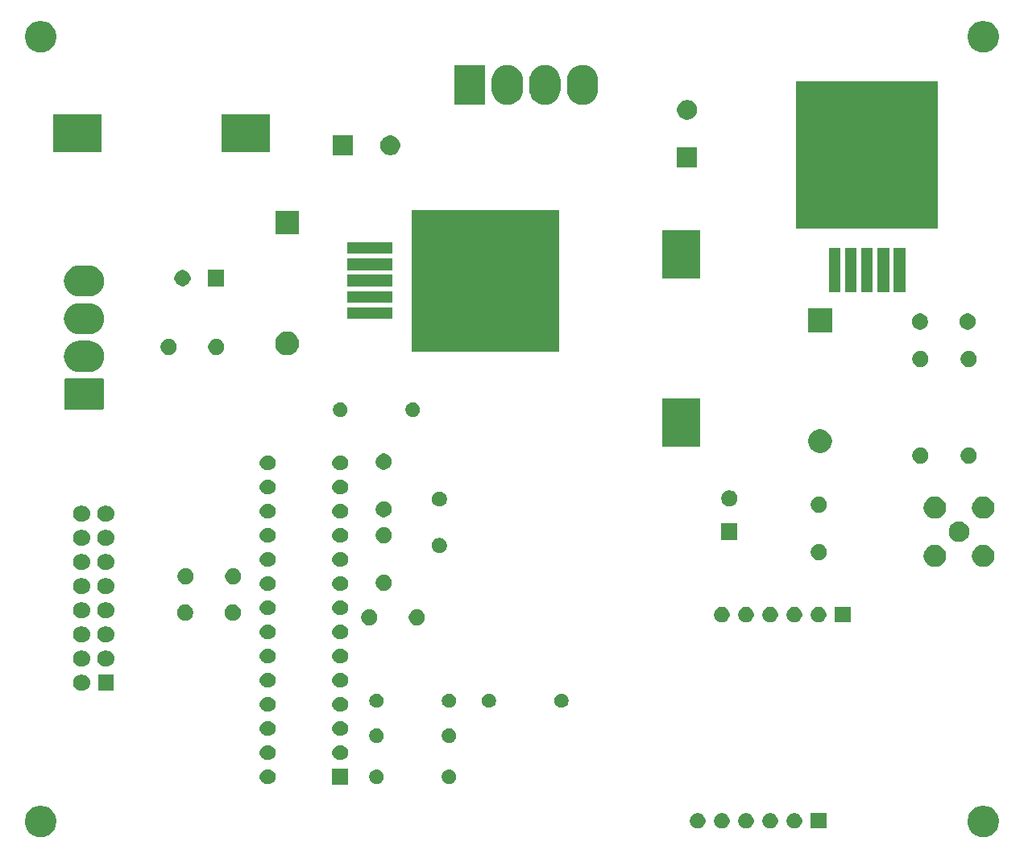
<source format=gbr>
G04 #@! TF.GenerationSoftware,KiCad,Pcbnew,(5.1.5)-3*
G04 #@! TF.CreationDate,2020-01-23T23:18:57+02:00*
G04 #@! TF.ProjectId,TrafficSignPCB,54726166-6669-4635-9369-676e5043422e,rev?*
G04 #@! TF.SameCoordinates,Original*
G04 #@! TF.FileFunction,Soldermask,Top*
G04 #@! TF.FilePolarity,Negative*
%FSLAX46Y46*%
G04 Gerber Fmt 4.6, Leading zero omitted, Abs format (unit mm)*
G04 Created by KiCad (PCBNEW (5.1.5)-3) date 2020-01-23 23:18:57*
%MOMM*%
%LPD*%
G04 APERTURE LIST*
%ADD10C,0.100000*%
G04 APERTURE END LIST*
D10*
G36*
X150235256Y-150791298D02*
G01*
X150341579Y-150812447D01*
X150642042Y-150936903D01*
X150912451Y-151117585D01*
X151142415Y-151347549D01*
X151323097Y-151617958D01*
X151409580Y-151826745D01*
X151447553Y-151918422D01*
X151511000Y-152237389D01*
X151511000Y-152562611D01*
X151477684Y-152730100D01*
X151447553Y-152881579D01*
X151323097Y-153182042D01*
X151142415Y-153452451D01*
X150912451Y-153682415D01*
X150642042Y-153863097D01*
X150341579Y-153987553D01*
X150235256Y-154008702D01*
X150022611Y-154051000D01*
X149697389Y-154051000D01*
X149484744Y-154008702D01*
X149378421Y-153987553D01*
X149077958Y-153863097D01*
X148807549Y-153682415D01*
X148577585Y-153452451D01*
X148396903Y-153182042D01*
X148272447Y-152881579D01*
X148242316Y-152730100D01*
X148209000Y-152562611D01*
X148209000Y-152237389D01*
X148272447Y-151918422D01*
X148310421Y-151826745D01*
X148396903Y-151617958D01*
X148577585Y-151347549D01*
X148807549Y-151117585D01*
X149077958Y-150936903D01*
X149378421Y-150812447D01*
X149484744Y-150791298D01*
X149697389Y-150749000D01*
X150022611Y-150749000D01*
X150235256Y-150791298D01*
G37*
G36*
X51175256Y-150791298D02*
G01*
X51281579Y-150812447D01*
X51582042Y-150936903D01*
X51852451Y-151117585D01*
X52082415Y-151347549D01*
X52263097Y-151617958D01*
X52349580Y-151826745D01*
X52387553Y-151918422D01*
X52451000Y-152237389D01*
X52451000Y-152562611D01*
X52417684Y-152730100D01*
X52387553Y-152881579D01*
X52263097Y-153182042D01*
X52082415Y-153452451D01*
X51852451Y-153682415D01*
X51582042Y-153863097D01*
X51281579Y-153987553D01*
X51175256Y-154008702D01*
X50962611Y-154051000D01*
X50637389Y-154051000D01*
X50424744Y-154008702D01*
X50318421Y-153987553D01*
X50017958Y-153863097D01*
X49747549Y-153682415D01*
X49517585Y-153452451D01*
X49336903Y-153182042D01*
X49212447Y-152881579D01*
X49182316Y-152730100D01*
X49149000Y-152562611D01*
X49149000Y-152237389D01*
X49212447Y-151918422D01*
X49250421Y-151826745D01*
X49336903Y-151617958D01*
X49517585Y-151347549D01*
X49747549Y-151117585D01*
X50017958Y-150936903D01*
X50318421Y-150812447D01*
X50424744Y-150791298D01*
X50637389Y-150749000D01*
X50962611Y-150749000D01*
X51175256Y-150791298D01*
G37*
G36*
X130253142Y-151563242D02*
G01*
X130401101Y-151624529D01*
X130534255Y-151713499D01*
X130647501Y-151826745D01*
X130736471Y-151959899D01*
X130797758Y-152107858D01*
X130829000Y-152264925D01*
X130829000Y-152425075D01*
X130797758Y-152582142D01*
X130736471Y-152730101D01*
X130647501Y-152863255D01*
X130534255Y-152976501D01*
X130401101Y-153065471D01*
X130253142Y-153126758D01*
X130096075Y-153158000D01*
X129935925Y-153158000D01*
X129778858Y-153126758D01*
X129630899Y-153065471D01*
X129497745Y-152976501D01*
X129384499Y-152863255D01*
X129295529Y-152730101D01*
X129234242Y-152582142D01*
X129203000Y-152425075D01*
X129203000Y-152264925D01*
X129234242Y-152107858D01*
X129295529Y-151959899D01*
X129384499Y-151826745D01*
X129497745Y-151713499D01*
X129630899Y-151624529D01*
X129778858Y-151563242D01*
X129935925Y-151532000D01*
X130096075Y-151532000D01*
X130253142Y-151563242D01*
G37*
G36*
X125173142Y-151563242D02*
G01*
X125321101Y-151624529D01*
X125454255Y-151713499D01*
X125567501Y-151826745D01*
X125656471Y-151959899D01*
X125717758Y-152107858D01*
X125749000Y-152264925D01*
X125749000Y-152425075D01*
X125717758Y-152582142D01*
X125656471Y-152730101D01*
X125567501Y-152863255D01*
X125454255Y-152976501D01*
X125321101Y-153065471D01*
X125173142Y-153126758D01*
X125016075Y-153158000D01*
X124855925Y-153158000D01*
X124698858Y-153126758D01*
X124550899Y-153065471D01*
X124417745Y-152976501D01*
X124304499Y-152863255D01*
X124215529Y-152730101D01*
X124154242Y-152582142D01*
X124123000Y-152425075D01*
X124123000Y-152264925D01*
X124154242Y-152107858D01*
X124215529Y-151959899D01*
X124304499Y-151826745D01*
X124417745Y-151713499D01*
X124550899Y-151624529D01*
X124698858Y-151563242D01*
X124855925Y-151532000D01*
X125016075Y-151532000D01*
X125173142Y-151563242D01*
G37*
G36*
X122633142Y-151563242D02*
G01*
X122781101Y-151624529D01*
X122914255Y-151713499D01*
X123027501Y-151826745D01*
X123116471Y-151959899D01*
X123177758Y-152107858D01*
X123209000Y-152264925D01*
X123209000Y-152425075D01*
X123177758Y-152582142D01*
X123116471Y-152730101D01*
X123027501Y-152863255D01*
X122914255Y-152976501D01*
X122781101Y-153065471D01*
X122633142Y-153126758D01*
X122476075Y-153158000D01*
X122315925Y-153158000D01*
X122158858Y-153126758D01*
X122010899Y-153065471D01*
X121877745Y-152976501D01*
X121764499Y-152863255D01*
X121675529Y-152730101D01*
X121614242Y-152582142D01*
X121583000Y-152425075D01*
X121583000Y-152264925D01*
X121614242Y-152107858D01*
X121675529Y-151959899D01*
X121764499Y-151826745D01*
X121877745Y-151713499D01*
X122010899Y-151624529D01*
X122158858Y-151563242D01*
X122315925Y-151532000D01*
X122476075Y-151532000D01*
X122633142Y-151563242D01*
G37*
G36*
X120093142Y-151563242D02*
G01*
X120241101Y-151624529D01*
X120374255Y-151713499D01*
X120487501Y-151826745D01*
X120576471Y-151959899D01*
X120637758Y-152107858D01*
X120669000Y-152264925D01*
X120669000Y-152425075D01*
X120637758Y-152582142D01*
X120576471Y-152730101D01*
X120487501Y-152863255D01*
X120374255Y-152976501D01*
X120241101Y-153065471D01*
X120093142Y-153126758D01*
X119936075Y-153158000D01*
X119775925Y-153158000D01*
X119618858Y-153126758D01*
X119470899Y-153065471D01*
X119337745Y-152976501D01*
X119224499Y-152863255D01*
X119135529Y-152730101D01*
X119074242Y-152582142D01*
X119043000Y-152425075D01*
X119043000Y-152264925D01*
X119074242Y-152107858D01*
X119135529Y-151959899D01*
X119224499Y-151826745D01*
X119337745Y-151713499D01*
X119470899Y-151624529D01*
X119618858Y-151563242D01*
X119775925Y-151532000D01*
X119936075Y-151532000D01*
X120093142Y-151563242D01*
G37*
G36*
X133369000Y-153158000D02*
G01*
X131743000Y-153158000D01*
X131743000Y-151532000D01*
X133369000Y-151532000D01*
X133369000Y-153158000D01*
G37*
G36*
X127713142Y-151563242D02*
G01*
X127861101Y-151624529D01*
X127994255Y-151713499D01*
X128107501Y-151826745D01*
X128196471Y-151959899D01*
X128257758Y-152107858D01*
X128289000Y-152264925D01*
X128289000Y-152425075D01*
X128257758Y-152582142D01*
X128196471Y-152730101D01*
X128107501Y-152863255D01*
X127994255Y-152976501D01*
X127861101Y-153065471D01*
X127713142Y-153126758D01*
X127556075Y-153158000D01*
X127395925Y-153158000D01*
X127238858Y-153126758D01*
X127090899Y-153065471D01*
X126957745Y-152976501D01*
X126844499Y-152863255D01*
X126755529Y-152730101D01*
X126694242Y-152582142D01*
X126663000Y-152425075D01*
X126663000Y-152264925D01*
X126694242Y-152107858D01*
X126755529Y-151959899D01*
X126844499Y-151826745D01*
X126957745Y-151713499D01*
X127090899Y-151624529D01*
X127238858Y-151563242D01*
X127395925Y-151532000D01*
X127556075Y-151532000D01*
X127713142Y-151563242D01*
G37*
G36*
X83147000Y-148552000D02*
G01*
X81445000Y-148552000D01*
X81445000Y-146850000D01*
X83147000Y-146850000D01*
X83147000Y-148552000D01*
G37*
G36*
X93945059Y-146978860D02*
G01*
X94005294Y-147003810D01*
X94081732Y-147035472D01*
X94204735Y-147117660D01*
X94309340Y-147222265D01*
X94391528Y-147345268D01*
X94448140Y-147481941D01*
X94477000Y-147627033D01*
X94477000Y-147774967D01*
X94448140Y-147920059D01*
X94391528Y-148056732D01*
X94309340Y-148179735D01*
X94204735Y-148284340D01*
X94081732Y-148366528D01*
X94081731Y-148366529D01*
X94081730Y-148366529D01*
X93945059Y-148423140D01*
X93799968Y-148452000D01*
X93652032Y-148452000D01*
X93506941Y-148423140D01*
X93370270Y-148366529D01*
X93370269Y-148366529D01*
X93370268Y-148366528D01*
X93247265Y-148284340D01*
X93142660Y-148179735D01*
X93060472Y-148056732D01*
X93003860Y-147920059D01*
X92975000Y-147774967D01*
X92975000Y-147627033D01*
X93003860Y-147481941D01*
X93060472Y-147345268D01*
X93142660Y-147222265D01*
X93247265Y-147117660D01*
X93370268Y-147035472D01*
X93446707Y-147003810D01*
X93506941Y-146978860D01*
X93652032Y-146950000D01*
X93799968Y-146950000D01*
X93945059Y-146978860D01*
G37*
G36*
X74849665Y-146953622D02*
G01*
X74923222Y-146960867D01*
X75064786Y-147003810D01*
X75195252Y-147073546D01*
X75225040Y-147097992D01*
X75309607Y-147167393D01*
X75379008Y-147251960D01*
X75403454Y-147281748D01*
X75473190Y-147412214D01*
X75516133Y-147553778D01*
X75530633Y-147701000D01*
X75516133Y-147848222D01*
X75473190Y-147989786D01*
X75403454Y-148120252D01*
X75379008Y-148150040D01*
X75309607Y-148234607D01*
X75249004Y-148284341D01*
X75195252Y-148328454D01*
X75064786Y-148398190D01*
X74923222Y-148441133D01*
X74849665Y-148448378D01*
X74812888Y-148452000D01*
X74539112Y-148452000D01*
X74502335Y-148448378D01*
X74428778Y-148441133D01*
X74287214Y-148398190D01*
X74156748Y-148328454D01*
X74102996Y-148284341D01*
X74042393Y-148234607D01*
X73972992Y-148150040D01*
X73948546Y-148120252D01*
X73878810Y-147989786D01*
X73835867Y-147848222D01*
X73821367Y-147701000D01*
X73835867Y-147553778D01*
X73878810Y-147412214D01*
X73948546Y-147281748D01*
X73972992Y-147251960D01*
X74042393Y-147167393D01*
X74126960Y-147097992D01*
X74156748Y-147073546D01*
X74287214Y-147003810D01*
X74428778Y-146960867D01*
X74502335Y-146953622D01*
X74539112Y-146950000D01*
X74812888Y-146950000D01*
X74849665Y-146953622D01*
G37*
G36*
X86325059Y-146978860D02*
G01*
X86385294Y-147003810D01*
X86461732Y-147035472D01*
X86584735Y-147117660D01*
X86689340Y-147222265D01*
X86771528Y-147345268D01*
X86828140Y-147481941D01*
X86857000Y-147627033D01*
X86857000Y-147774967D01*
X86828140Y-147920059D01*
X86771528Y-148056732D01*
X86689340Y-148179735D01*
X86584735Y-148284340D01*
X86461732Y-148366528D01*
X86461731Y-148366529D01*
X86461730Y-148366529D01*
X86325059Y-148423140D01*
X86179968Y-148452000D01*
X86032032Y-148452000D01*
X85886941Y-148423140D01*
X85750270Y-148366529D01*
X85750269Y-148366529D01*
X85750268Y-148366528D01*
X85627265Y-148284340D01*
X85522660Y-148179735D01*
X85440472Y-148056732D01*
X85383860Y-147920059D01*
X85355000Y-147774967D01*
X85355000Y-147627033D01*
X85383860Y-147481941D01*
X85440472Y-147345268D01*
X85522660Y-147222265D01*
X85627265Y-147117660D01*
X85750268Y-147035472D01*
X85826707Y-147003810D01*
X85886941Y-146978860D01*
X86032032Y-146950000D01*
X86179968Y-146950000D01*
X86325059Y-146978860D01*
G37*
G36*
X82469665Y-144413622D02*
G01*
X82543222Y-144420867D01*
X82684786Y-144463810D01*
X82815252Y-144533546D01*
X82845040Y-144557992D01*
X82929607Y-144627393D01*
X82999008Y-144711960D01*
X83023454Y-144741748D01*
X83093190Y-144872214D01*
X83136133Y-145013778D01*
X83150633Y-145161000D01*
X83136133Y-145308222D01*
X83093190Y-145449786D01*
X83023454Y-145580252D01*
X82999008Y-145610040D01*
X82929607Y-145694607D01*
X82845040Y-145764008D01*
X82815252Y-145788454D01*
X82684786Y-145858190D01*
X82543222Y-145901133D01*
X82469665Y-145908378D01*
X82432888Y-145912000D01*
X82159112Y-145912000D01*
X82122335Y-145908378D01*
X82048778Y-145901133D01*
X81907214Y-145858190D01*
X81776748Y-145788454D01*
X81746960Y-145764008D01*
X81662393Y-145694607D01*
X81592992Y-145610040D01*
X81568546Y-145580252D01*
X81498810Y-145449786D01*
X81455867Y-145308222D01*
X81441367Y-145161000D01*
X81455867Y-145013778D01*
X81498810Y-144872214D01*
X81568546Y-144741748D01*
X81592992Y-144711960D01*
X81662393Y-144627393D01*
X81746960Y-144557992D01*
X81776748Y-144533546D01*
X81907214Y-144463810D01*
X82048778Y-144420867D01*
X82122335Y-144413622D01*
X82159112Y-144410000D01*
X82432888Y-144410000D01*
X82469665Y-144413622D01*
G37*
G36*
X74849665Y-144413622D02*
G01*
X74923222Y-144420867D01*
X75064786Y-144463810D01*
X75195252Y-144533546D01*
X75225040Y-144557992D01*
X75309607Y-144627393D01*
X75379008Y-144711960D01*
X75403454Y-144741748D01*
X75473190Y-144872214D01*
X75516133Y-145013778D01*
X75530633Y-145161000D01*
X75516133Y-145308222D01*
X75473190Y-145449786D01*
X75403454Y-145580252D01*
X75379008Y-145610040D01*
X75309607Y-145694607D01*
X75225040Y-145764008D01*
X75195252Y-145788454D01*
X75064786Y-145858190D01*
X74923222Y-145901133D01*
X74849665Y-145908378D01*
X74812888Y-145912000D01*
X74539112Y-145912000D01*
X74502335Y-145908378D01*
X74428778Y-145901133D01*
X74287214Y-145858190D01*
X74156748Y-145788454D01*
X74126960Y-145764008D01*
X74042393Y-145694607D01*
X73972992Y-145610040D01*
X73948546Y-145580252D01*
X73878810Y-145449786D01*
X73835867Y-145308222D01*
X73821367Y-145161000D01*
X73835867Y-145013778D01*
X73878810Y-144872214D01*
X73948546Y-144741748D01*
X73972992Y-144711960D01*
X74042393Y-144627393D01*
X74126960Y-144557992D01*
X74156748Y-144533546D01*
X74287214Y-144463810D01*
X74428778Y-144420867D01*
X74502335Y-144413622D01*
X74539112Y-144410000D01*
X74812888Y-144410000D01*
X74849665Y-144413622D01*
G37*
G36*
X93945059Y-142660860D02*
G01*
X94081732Y-142717472D01*
X94204735Y-142799660D01*
X94309340Y-142904265D01*
X94391528Y-143027268D01*
X94448140Y-143163941D01*
X94477000Y-143309033D01*
X94477000Y-143456967D01*
X94448140Y-143602059D01*
X94391528Y-143738732D01*
X94309340Y-143861735D01*
X94204735Y-143966340D01*
X94081732Y-144048528D01*
X94081731Y-144048529D01*
X94081730Y-144048529D01*
X93945059Y-144105140D01*
X93799968Y-144134000D01*
X93652032Y-144134000D01*
X93506941Y-144105140D01*
X93370270Y-144048529D01*
X93370269Y-144048529D01*
X93370268Y-144048528D01*
X93247265Y-143966340D01*
X93142660Y-143861735D01*
X93060472Y-143738732D01*
X93003860Y-143602059D01*
X92975000Y-143456967D01*
X92975000Y-143309033D01*
X93003860Y-143163941D01*
X93060472Y-143027268D01*
X93142660Y-142904265D01*
X93247265Y-142799660D01*
X93370268Y-142717472D01*
X93506941Y-142660860D01*
X93652032Y-142632000D01*
X93799968Y-142632000D01*
X93945059Y-142660860D01*
G37*
G36*
X86325059Y-142660860D02*
G01*
X86461732Y-142717472D01*
X86584735Y-142799660D01*
X86689340Y-142904265D01*
X86771528Y-143027268D01*
X86828140Y-143163941D01*
X86857000Y-143309033D01*
X86857000Y-143456967D01*
X86828140Y-143602059D01*
X86771528Y-143738732D01*
X86689340Y-143861735D01*
X86584735Y-143966340D01*
X86461732Y-144048528D01*
X86461731Y-144048529D01*
X86461730Y-144048529D01*
X86325059Y-144105140D01*
X86179968Y-144134000D01*
X86032032Y-144134000D01*
X85886941Y-144105140D01*
X85750270Y-144048529D01*
X85750269Y-144048529D01*
X85750268Y-144048528D01*
X85627265Y-143966340D01*
X85522660Y-143861735D01*
X85440472Y-143738732D01*
X85383860Y-143602059D01*
X85355000Y-143456967D01*
X85355000Y-143309033D01*
X85383860Y-143163941D01*
X85440472Y-143027268D01*
X85522660Y-142904265D01*
X85627265Y-142799660D01*
X85750268Y-142717472D01*
X85886941Y-142660860D01*
X86032032Y-142632000D01*
X86179968Y-142632000D01*
X86325059Y-142660860D01*
G37*
G36*
X74849665Y-141873622D02*
G01*
X74923222Y-141880867D01*
X75064786Y-141923810D01*
X75195252Y-141993546D01*
X75225040Y-142017992D01*
X75309607Y-142087393D01*
X75379008Y-142171960D01*
X75403454Y-142201748D01*
X75473190Y-142332214D01*
X75516133Y-142473778D01*
X75530633Y-142621000D01*
X75516133Y-142768222D01*
X75473190Y-142909786D01*
X75403454Y-143040252D01*
X75379008Y-143070040D01*
X75309607Y-143154607D01*
X75225040Y-143224008D01*
X75195252Y-143248454D01*
X75195250Y-143248455D01*
X75081918Y-143309033D01*
X75064786Y-143318190D01*
X74923222Y-143361133D01*
X74849665Y-143368378D01*
X74812888Y-143372000D01*
X74539112Y-143372000D01*
X74502335Y-143368378D01*
X74428778Y-143361133D01*
X74287214Y-143318190D01*
X74270083Y-143309033D01*
X74156750Y-143248455D01*
X74156748Y-143248454D01*
X74126960Y-143224008D01*
X74042393Y-143154607D01*
X73972992Y-143070040D01*
X73948546Y-143040252D01*
X73878810Y-142909786D01*
X73835867Y-142768222D01*
X73821367Y-142621000D01*
X73835867Y-142473778D01*
X73878810Y-142332214D01*
X73948546Y-142201748D01*
X73972992Y-142171960D01*
X74042393Y-142087393D01*
X74126960Y-142017992D01*
X74156748Y-141993546D01*
X74287214Y-141923810D01*
X74428778Y-141880867D01*
X74502335Y-141873622D01*
X74539112Y-141870000D01*
X74812888Y-141870000D01*
X74849665Y-141873622D01*
G37*
G36*
X82469665Y-141873622D02*
G01*
X82543222Y-141880867D01*
X82684786Y-141923810D01*
X82815252Y-141993546D01*
X82845040Y-142017992D01*
X82929607Y-142087393D01*
X82999008Y-142171960D01*
X83023454Y-142201748D01*
X83093190Y-142332214D01*
X83136133Y-142473778D01*
X83150633Y-142621000D01*
X83136133Y-142768222D01*
X83093190Y-142909786D01*
X83023454Y-143040252D01*
X82999008Y-143070040D01*
X82929607Y-143154607D01*
X82845040Y-143224008D01*
X82815252Y-143248454D01*
X82815250Y-143248455D01*
X82701918Y-143309033D01*
X82684786Y-143318190D01*
X82543222Y-143361133D01*
X82469665Y-143368378D01*
X82432888Y-143372000D01*
X82159112Y-143372000D01*
X82122335Y-143368378D01*
X82048778Y-143361133D01*
X81907214Y-143318190D01*
X81890083Y-143309033D01*
X81776750Y-143248455D01*
X81776748Y-143248454D01*
X81746960Y-143224008D01*
X81662393Y-143154607D01*
X81592992Y-143070040D01*
X81568546Y-143040252D01*
X81498810Y-142909786D01*
X81455867Y-142768222D01*
X81441367Y-142621000D01*
X81455867Y-142473778D01*
X81498810Y-142332214D01*
X81568546Y-142201748D01*
X81592992Y-142171960D01*
X81662393Y-142087393D01*
X81746960Y-142017992D01*
X81776748Y-141993546D01*
X81907214Y-141923810D01*
X82048778Y-141880867D01*
X82122335Y-141873622D01*
X82159112Y-141870000D01*
X82432888Y-141870000D01*
X82469665Y-141873622D01*
G37*
G36*
X74849665Y-139333622D02*
G01*
X74923222Y-139340867D01*
X75064786Y-139383810D01*
X75195252Y-139453546D01*
X75225040Y-139477992D01*
X75309607Y-139547393D01*
X75379008Y-139631960D01*
X75403454Y-139661748D01*
X75473190Y-139792214D01*
X75516133Y-139933778D01*
X75530633Y-140081000D01*
X75516133Y-140228222D01*
X75473190Y-140369786D01*
X75403454Y-140500252D01*
X75379008Y-140530040D01*
X75309607Y-140614607D01*
X75225040Y-140684008D01*
X75195252Y-140708454D01*
X75064786Y-140778190D01*
X74923222Y-140821133D01*
X74849665Y-140828378D01*
X74812888Y-140832000D01*
X74539112Y-140832000D01*
X74502335Y-140828378D01*
X74428778Y-140821133D01*
X74287214Y-140778190D01*
X74156748Y-140708454D01*
X74126960Y-140684008D01*
X74042393Y-140614607D01*
X73972992Y-140530040D01*
X73948546Y-140500252D01*
X73878810Y-140369786D01*
X73835867Y-140228222D01*
X73821367Y-140081000D01*
X73835867Y-139933778D01*
X73878810Y-139792214D01*
X73948546Y-139661748D01*
X73972992Y-139631960D01*
X74042393Y-139547393D01*
X74126960Y-139477992D01*
X74156748Y-139453546D01*
X74287214Y-139383810D01*
X74428778Y-139340867D01*
X74502335Y-139333622D01*
X74539112Y-139330000D01*
X74812888Y-139330000D01*
X74849665Y-139333622D01*
G37*
G36*
X82469665Y-139333622D02*
G01*
X82543222Y-139340867D01*
X82684786Y-139383810D01*
X82815252Y-139453546D01*
X82845040Y-139477992D01*
X82929607Y-139547393D01*
X82999008Y-139631960D01*
X83023454Y-139661748D01*
X83093190Y-139792214D01*
X83136133Y-139933778D01*
X83150633Y-140081000D01*
X83136133Y-140228222D01*
X83093190Y-140369786D01*
X83023454Y-140500252D01*
X82999008Y-140530040D01*
X82929607Y-140614607D01*
X82845040Y-140684008D01*
X82815252Y-140708454D01*
X82684786Y-140778190D01*
X82543222Y-140821133D01*
X82469665Y-140828378D01*
X82432888Y-140832000D01*
X82159112Y-140832000D01*
X82122335Y-140828378D01*
X82048778Y-140821133D01*
X81907214Y-140778190D01*
X81776748Y-140708454D01*
X81746960Y-140684008D01*
X81662393Y-140614607D01*
X81592992Y-140530040D01*
X81568546Y-140500252D01*
X81498810Y-140369786D01*
X81455867Y-140228222D01*
X81441367Y-140081000D01*
X81455867Y-139933778D01*
X81498810Y-139792214D01*
X81568546Y-139661748D01*
X81592992Y-139631960D01*
X81662393Y-139547393D01*
X81746960Y-139477992D01*
X81776748Y-139453546D01*
X81907214Y-139383810D01*
X82048778Y-139340867D01*
X82122335Y-139333622D01*
X82159112Y-139330000D01*
X82432888Y-139330000D01*
X82469665Y-139333622D01*
G37*
G36*
X93945059Y-138977860D02*
G01*
X94081732Y-139034472D01*
X94204735Y-139116660D01*
X94309340Y-139221265D01*
X94391528Y-139344268D01*
X94448140Y-139480941D01*
X94477000Y-139626033D01*
X94477000Y-139773967D01*
X94448140Y-139919059D01*
X94391528Y-140055732D01*
X94309340Y-140178735D01*
X94204735Y-140283340D01*
X94081732Y-140365528D01*
X94081731Y-140365529D01*
X94081730Y-140365529D01*
X93945059Y-140422140D01*
X93799968Y-140451000D01*
X93652032Y-140451000D01*
X93506941Y-140422140D01*
X93370270Y-140365529D01*
X93370269Y-140365529D01*
X93370268Y-140365528D01*
X93247265Y-140283340D01*
X93142660Y-140178735D01*
X93060472Y-140055732D01*
X93003860Y-139919059D01*
X92975000Y-139773967D01*
X92975000Y-139626033D01*
X93003860Y-139480941D01*
X93060472Y-139344268D01*
X93142660Y-139221265D01*
X93247265Y-139116660D01*
X93370268Y-139034472D01*
X93506941Y-138977860D01*
X93652032Y-138949000D01*
X93799968Y-138949000D01*
X93945059Y-138977860D01*
G37*
G36*
X105756059Y-138977860D02*
G01*
X105892732Y-139034472D01*
X106015735Y-139116660D01*
X106120340Y-139221265D01*
X106202528Y-139344268D01*
X106259140Y-139480941D01*
X106288000Y-139626033D01*
X106288000Y-139773967D01*
X106259140Y-139919059D01*
X106202528Y-140055732D01*
X106120340Y-140178735D01*
X106015735Y-140283340D01*
X105892732Y-140365528D01*
X105892731Y-140365529D01*
X105892730Y-140365529D01*
X105756059Y-140422140D01*
X105610968Y-140451000D01*
X105463032Y-140451000D01*
X105317941Y-140422140D01*
X105181270Y-140365529D01*
X105181269Y-140365529D01*
X105181268Y-140365528D01*
X105058265Y-140283340D01*
X104953660Y-140178735D01*
X104871472Y-140055732D01*
X104814860Y-139919059D01*
X104786000Y-139773967D01*
X104786000Y-139626033D01*
X104814860Y-139480941D01*
X104871472Y-139344268D01*
X104953660Y-139221265D01*
X105058265Y-139116660D01*
X105181268Y-139034472D01*
X105317941Y-138977860D01*
X105463032Y-138949000D01*
X105610968Y-138949000D01*
X105756059Y-138977860D01*
G37*
G36*
X98136059Y-138977860D02*
G01*
X98272732Y-139034472D01*
X98395735Y-139116660D01*
X98500340Y-139221265D01*
X98582528Y-139344268D01*
X98639140Y-139480941D01*
X98668000Y-139626033D01*
X98668000Y-139773967D01*
X98639140Y-139919059D01*
X98582528Y-140055732D01*
X98500340Y-140178735D01*
X98395735Y-140283340D01*
X98272732Y-140365528D01*
X98272731Y-140365529D01*
X98272730Y-140365529D01*
X98136059Y-140422140D01*
X97990968Y-140451000D01*
X97843032Y-140451000D01*
X97697941Y-140422140D01*
X97561270Y-140365529D01*
X97561269Y-140365529D01*
X97561268Y-140365528D01*
X97438265Y-140283340D01*
X97333660Y-140178735D01*
X97251472Y-140055732D01*
X97194860Y-139919059D01*
X97166000Y-139773967D01*
X97166000Y-139626033D01*
X97194860Y-139480941D01*
X97251472Y-139344268D01*
X97333660Y-139221265D01*
X97438265Y-139116660D01*
X97561268Y-139034472D01*
X97697941Y-138977860D01*
X97843032Y-138949000D01*
X97990968Y-138949000D01*
X98136059Y-138977860D01*
G37*
G36*
X86325059Y-138977860D02*
G01*
X86461732Y-139034472D01*
X86584735Y-139116660D01*
X86689340Y-139221265D01*
X86771528Y-139344268D01*
X86828140Y-139480941D01*
X86857000Y-139626033D01*
X86857000Y-139773967D01*
X86828140Y-139919059D01*
X86771528Y-140055732D01*
X86689340Y-140178735D01*
X86584735Y-140283340D01*
X86461732Y-140365528D01*
X86461731Y-140365529D01*
X86461730Y-140365529D01*
X86325059Y-140422140D01*
X86179968Y-140451000D01*
X86032032Y-140451000D01*
X85886941Y-140422140D01*
X85750270Y-140365529D01*
X85750269Y-140365529D01*
X85750268Y-140365528D01*
X85627265Y-140283340D01*
X85522660Y-140178735D01*
X85440472Y-140055732D01*
X85383860Y-139919059D01*
X85355000Y-139773967D01*
X85355000Y-139626033D01*
X85383860Y-139480941D01*
X85440472Y-139344268D01*
X85522660Y-139221265D01*
X85627265Y-139116660D01*
X85750268Y-139034472D01*
X85886941Y-138977860D01*
X86032032Y-138949000D01*
X86179968Y-138949000D01*
X86325059Y-138977860D01*
G37*
G36*
X58472600Y-138609600D02*
G01*
X56843400Y-138609600D01*
X56843400Y-136980400D01*
X58472600Y-136980400D01*
X58472600Y-138609600D01*
G37*
G36*
X55377691Y-136992186D02*
G01*
X55531242Y-137038766D01*
X55672756Y-137114407D01*
X55796796Y-137216204D01*
X55898593Y-137340244D01*
X55974234Y-137481758D01*
X56020814Y-137635309D01*
X56036541Y-137795000D01*
X56020814Y-137954691D01*
X55974234Y-138108242D01*
X55898593Y-138249756D01*
X55796796Y-138373796D01*
X55672756Y-138475593D01*
X55531242Y-138551234D01*
X55377691Y-138597814D01*
X55258018Y-138609600D01*
X54977982Y-138609600D01*
X54858309Y-138597814D01*
X54704758Y-138551234D01*
X54563244Y-138475593D01*
X54439204Y-138373796D01*
X54337407Y-138249756D01*
X54261766Y-138108242D01*
X54215186Y-137954691D01*
X54199459Y-137795000D01*
X54215186Y-137635309D01*
X54261766Y-137481758D01*
X54337407Y-137340244D01*
X54439204Y-137216204D01*
X54563244Y-137114407D01*
X54704758Y-137038766D01*
X54858309Y-136992186D01*
X54977982Y-136980400D01*
X55258018Y-136980400D01*
X55377691Y-136992186D01*
G37*
G36*
X82469665Y-136793622D02*
G01*
X82543222Y-136800867D01*
X82684786Y-136843810D01*
X82815252Y-136913546D01*
X82845040Y-136937992D01*
X82929607Y-137007393D01*
X82999008Y-137091960D01*
X83023454Y-137121748D01*
X83093190Y-137252214D01*
X83136133Y-137393778D01*
X83150633Y-137541000D01*
X83136133Y-137688222D01*
X83093190Y-137829786D01*
X83023454Y-137960252D01*
X82999008Y-137990040D01*
X82929607Y-138074607D01*
X82845040Y-138144008D01*
X82815252Y-138168454D01*
X82684786Y-138238190D01*
X82543222Y-138281133D01*
X82469665Y-138288378D01*
X82432888Y-138292000D01*
X82159112Y-138292000D01*
X82122335Y-138288378D01*
X82048778Y-138281133D01*
X81907214Y-138238190D01*
X81776748Y-138168454D01*
X81746960Y-138144008D01*
X81662393Y-138074607D01*
X81592992Y-137990040D01*
X81568546Y-137960252D01*
X81498810Y-137829786D01*
X81455867Y-137688222D01*
X81441367Y-137541000D01*
X81455867Y-137393778D01*
X81498810Y-137252214D01*
X81568546Y-137121748D01*
X81592992Y-137091960D01*
X81662393Y-137007393D01*
X81746960Y-136937992D01*
X81776748Y-136913546D01*
X81907214Y-136843810D01*
X82048778Y-136800867D01*
X82122335Y-136793622D01*
X82159112Y-136790000D01*
X82432888Y-136790000D01*
X82469665Y-136793622D01*
G37*
G36*
X74849665Y-136793622D02*
G01*
X74923222Y-136800867D01*
X75064786Y-136843810D01*
X75195252Y-136913546D01*
X75225040Y-136937992D01*
X75309607Y-137007393D01*
X75379008Y-137091960D01*
X75403454Y-137121748D01*
X75473190Y-137252214D01*
X75516133Y-137393778D01*
X75530633Y-137541000D01*
X75516133Y-137688222D01*
X75473190Y-137829786D01*
X75403454Y-137960252D01*
X75379008Y-137990040D01*
X75309607Y-138074607D01*
X75225040Y-138144008D01*
X75195252Y-138168454D01*
X75064786Y-138238190D01*
X74923222Y-138281133D01*
X74849665Y-138288378D01*
X74812888Y-138292000D01*
X74539112Y-138292000D01*
X74502335Y-138288378D01*
X74428778Y-138281133D01*
X74287214Y-138238190D01*
X74156748Y-138168454D01*
X74126960Y-138144008D01*
X74042393Y-138074607D01*
X73972992Y-137990040D01*
X73948546Y-137960252D01*
X73878810Y-137829786D01*
X73835867Y-137688222D01*
X73821367Y-137541000D01*
X73835867Y-137393778D01*
X73878810Y-137252214D01*
X73948546Y-137121748D01*
X73972992Y-137091960D01*
X74042393Y-137007393D01*
X74126960Y-136937992D01*
X74156748Y-136913546D01*
X74287214Y-136843810D01*
X74428778Y-136800867D01*
X74502335Y-136793622D01*
X74539112Y-136790000D01*
X74812888Y-136790000D01*
X74849665Y-136793622D01*
G37*
G36*
X57917691Y-134452186D02*
G01*
X58071242Y-134498766D01*
X58212756Y-134574407D01*
X58336796Y-134676204D01*
X58438593Y-134800244D01*
X58514234Y-134941758D01*
X58560814Y-135095309D01*
X58576541Y-135255000D01*
X58560814Y-135414691D01*
X58514234Y-135568242D01*
X58438593Y-135709756D01*
X58336796Y-135833796D01*
X58212756Y-135935593D01*
X58071242Y-136011234D01*
X57917691Y-136057814D01*
X57798018Y-136069600D01*
X57517982Y-136069600D01*
X57398309Y-136057814D01*
X57244758Y-136011234D01*
X57103244Y-135935593D01*
X56979204Y-135833796D01*
X56877407Y-135709756D01*
X56801766Y-135568242D01*
X56755186Y-135414691D01*
X56739459Y-135255000D01*
X56755186Y-135095309D01*
X56801766Y-134941758D01*
X56877407Y-134800244D01*
X56979204Y-134676204D01*
X57103244Y-134574407D01*
X57244758Y-134498766D01*
X57398309Y-134452186D01*
X57517982Y-134440400D01*
X57798018Y-134440400D01*
X57917691Y-134452186D01*
G37*
G36*
X55377691Y-134452186D02*
G01*
X55531242Y-134498766D01*
X55672756Y-134574407D01*
X55796796Y-134676204D01*
X55898593Y-134800244D01*
X55974234Y-134941758D01*
X56020814Y-135095309D01*
X56036541Y-135255000D01*
X56020814Y-135414691D01*
X55974234Y-135568242D01*
X55898593Y-135709756D01*
X55796796Y-135833796D01*
X55672756Y-135935593D01*
X55531242Y-136011234D01*
X55377691Y-136057814D01*
X55258018Y-136069600D01*
X54977982Y-136069600D01*
X54858309Y-136057814D01*
X54704758Y-136011234D01*
X54563244Y-135935593D01*
X54439204Y-135833796D01*
X54337407Y-135709756D01*
X54261766Y-135568242D01*
X54215186Y-135414691D01*
X54199459Y-135255000D01*
X54215186Y-135095309D01*
X54261766Y-134941758D01*
X54337407Y-134800244D01*
X54439204Y-134676204D01*
X54563244Y-134574407D01*
X54704758Y-134498766D01*
X54858309Y-134452186D01*
X54977982Y-134440400D01*
X55258018Y-134440400D01*
X55377691Y-134452186D01*
G37*
G36*
X82469665Y-134253622D02*
G01*
X82543222Y-134260867D01*
X82684786Y-134303810D01*
X82815252Y-134373546D01*
X82845040Y-134397992D01*
X82929607Y-134467393D01*
X82999008Y-134551960D01*
X83023454Y-134581748D01*
X83093190Y-134712214D01*
X83136133Y-134853778D01*
X83150633Y-135001000D01*
X83136133Y-135148222D01*
X83093190Y-135289786D01*
X83023454Y-135420252D01*
X82999008Y-135450040D01*
X82929607Y-135534607D01*
X82845040Y-135604008D01*
X82815252Y-135628454D01*
X82684786Y-135698190D01*
X82543222Y-135741133D01*
X82469665Y-135748378D01*
X82432888Y-135752000D01*
X82159112Y-135752000D01*
X82122335Y-135748378D01*
X82048778Y-135741133D01*
X81907214Y-135698190D01*
X81776748Y-135628454D01*
X81746960Y-135604008D01*
X81662393Y-135534607D01*
X81592992Y-135450040D01*
X81568546Y-135420252D01*
X81498810Y-135289786D01*
X81455867Y-135148222D01*
X81441367Y-135001000D01*
X81455867Y-134853778D01*
X81498810Y-134712214D01*
X81568546Y-134581748D01*
X81592992Y-134551960D01*
X81662393Y-134467393D01*
X81746960Y-134397992D01*
X81776748Y-134373546D01*
X81907214Y-134303810D01*
X82048778Y-134260867D01*
X82122335Y-134253622D01*
X82159112Y-134250000D01*
X82432888Y-134250000D01*
X82469665Y-134253622D01*
G37*
G36*
X74849665Y-134253622D02*
G01*
X74923222Y-134260867D01*
X75064786Y-134303810D01*
X75195252Y-134373546D01*
X75225040Y-134397992D01*
X75309607Y-134467393D01*
X75379008Y-134551960D01*
X75403454Y-134581748D01*
X75473190Y-134712214D01*
X75516133Y-134853778D01*
X75530633Y-135001000D01*
X75516133Y-135148222D01*
X75473190Y-135289786D01*
X75403454Y-135420252D01*
X75379008Y-135450040D01*
X75309607Y-135534607D01*
X75225040Y-135604008D01*
X75195252Y-135628454D01*
X75064786Y-135698190D01*
X74923222Y-135741133D01*
X74849665Y-135748378D01*
X74812888Y-135752000D01*
X74539112Y-135752000D01*
X74502335Y-135748378D01*
X74428778Y-135741133D01*
X74287214Y-135698190D01*
X74156748Y-135628454D01*
X74126960Y-135604008D01*
X74042393Y-135534607D01*
X73972992Y-135450040D01*
X73948546Y-135420252D01*
X73878810Y-135289786D01*
X73835867Y-135148222D01*
X73821367Y-135001000D01*
X73835867Y-134853778D01*
X73878810Y-134712214D01*
X73948546Y-134581748D01*
X73972992Y-134551960D01*
X74042393Y-134467393D01*
X74126960Y-134397992D01*
X74156748Y-134373546D01*
X74287214Y-134303810D01*
X74428778Y-134260867D01*
X74502335Y-134253622D01*
X74539112Y-134250000D01*
X74812888Y-134250000D01*
X74849665Y-134253622D01*
G37*
G36*
X55377691Y-131912186D02*
G01*
X55531242Y-131958766D01*
X55672756Y-132034407D01*
X55796796Y-132136204D01*
X55898593Y-132260244D01*
X55974234Y-132401758D01*
X56020814Y-132555309D01*
X56036541Y-132715000D01*
X56020814Y-132874691D01*
X55974234Y-133028242D01*
X55898593Y-133169756D01*
X55796796Y-133293796D01*
X55672756Y-133395593D01*
X55531242Y-133471234D01*
X55377691Y-133517814D01*
X55258018Y-133529600D01*
X54977982Y-133529600D01*
X54858309Y-133517814D01*
X54704758Y-133471234D01*
X54563244Y-133395593D01*
X54439204Y-133293796D01*
X54337407Y-133169756D01*
X54261766Y-133028242D01*
X54215186Y-132874691D01*
X54199459Y-132715000D01*
X54215186Y-132555309D01*
X54261766Y-132401758D01*
X54337407Y-132260244D01*
X54439204Y-132136204D01*
X54563244Y-132034407D01*
X54704758Y-131958766D01*
X54858309Y-131912186D01*
X54977982Y-131900400D01*
X55258018Y-131900400D01*
X55377691Y-131912186D01*
G37*
G36*
X57917691Y-131912186D02*
G01*
X58071242Y-131958766D01*
X58212756Y-132034407D01*
X58336796Y-132136204D01*
X58438593Y-132260244D01*
X58514234Y-132401758D01*
X58560814Y-132555309D01*
X58576541Y-132715000D01*
X58560814Y-132874691D01*
X58514234Y-133028242D01*
X58438593Y-133169756D01*
X58336796Y-133293796D01*
X58212756Y-133395593D01*
X58071242Y-133471234D01*
X57917691Y-133517814D01*
X57798018Y-133529600D01*
X57517982Y-133529600D01*
X57398309Y-133517814D01*
X57244758Y-133471234D01*
X57103244Y-133395593D01*
X56979204Y-133293796D01*
X56877407Y-133169756D01*
X56801766Y-133028242D01*
X56755186Y-132874691D01*
X56739459Y-132715000D01*
X56755186Y-132555309D01*
X56801766Y-132401758D01*
X56877407Y-132260244D01*
X56979204Y-132136204D01*
X57103244Y-132034407D01*
X57244758Y-131958766D01*
X57398309Y-131912186D01*
X57517982Y-131900400D01*
X57798018Y-131900400D01*
X57917691Y-131912186D01*
G37*
G36*
X74849665Y-131713622D02*
G01*
X74923222Y-131720867D01*
X75064786Y-131763810D01*
X75195252Y-131833546D01*
X75225040Y-131857992D01*
X75309607Y-131927393D01*
X75379008Y-132011960D01*
X75403454Y-132041748D01*
X75473190Y-132172214D01*
X75516133Y-132313778D01*
X75530633Y-132461000D01*
X75516133Y-132608222D01*
X75473190Y-132749786D01*
X75403454Y-132880252D01*
X75379008Y-132910040D01*
X75309607Y-132994607D01*
X75225040Y-133064008D01*
X75195252Y-133088454D01*
X75064786Y-133158190D01*
X74923222Y-133201133D01*
X74849665Y-133208378D01*
X74812888Y-133212000D01*
X74539112Y-133212000D01*
X74502335Y-133208378D01*
X74428778Y-133201133D01*
X74287214Y-133158190D01*
X74156748Y-133088454D01*
X74126960Y-133064008D01*
X74042393Y-132994607D01*
X73972992Y-132910040D01*
X73948546Y-132880252D01*
X73878810Y-132749786D01*
X73835867Y-132608222D01*
X73821367Y-132461000D01*
X73835867Y-132313778D01*
X73878810Y-132172214D01*
X73948546Y-132041748D01*
X73972992Y-132011960D01*
X74042393Y-131927393D01*
X74126960Y-131857992D01*
X74156748Y-131833546D01*
X74287214Y-131763810D01*
X74428778Y-131720867D01*
X74502335Y-131713622D01*
X74539112Y-131710000D01*
X74812888Y-131710000D01*
X74849665Y-131713622D01*
G37*
G36*
X82469665Y-131713622D02*
G01*
X82543222Y-131720867D01*
X82684786Y-131763810D01*
X82815252Y-131833546D01*
X82845040Y-131857992D01*
X82929607Y-131927393D01*
X82999008Y-132011960D01*
X83023454Y-132041748D01*
X83093190Y-132172214D01*
X83136133Y-132313778D01*
X83150633Y-132461000D01*
X83136133Y-132608222D01*
X83093190Y-132749786D01*
X83023454Y-132880252D01*
X82999008Y-132910040D01*
X82929607Y-132994607D01*
X82845040Y-133064008D01*
X82815252Y-133088454D01*
X82684786Y-133158190D01*
X82543222Y-133201133D01*
X82469665Y-133208378D01*
X82432888Y-133212000D01*
X82159112Y-133212000D01*
X82122335Y-133208378D01*
X82048778Y-133201133D01*
X81907214Y-133158190D01*
X81776748Y-133088454D01*
X81746960Y-133064008D01*
X81662393Y-132994607D01*
X81592992Y-132910040D01*
X81568546Y-132880252D01*
X81498810Y-132749786D01*
X81455867Y-132608222D01*
X81441367Y-132461000D01*
X81455867Y-132313778D01*
X81498810Y-132172214D01*
X81568546Y-132041748D01*
X81592992Y-132011960D01*
X81662393Y-131927393D01*
X81746960Y-131857992D01*
X81776748Y-131833546D01*
X81907214Y-131763810D01*
X82048778Y-131720867D01*
X82122335Y-131713622D01*
X82159112Y-131710000D01*
X82432888Y-131710000D01*
X82469665Y-131713622D01*
G37*
G36*
X85592228Y-130118703D02*
G01*
X85747100Y-130182853D01*
X85886481Y-130275985D01*
X86005015Y-130394519D01*
X86098147Y-130533900D01*
X86162297Y-130688772D01*
X86195000Y-130853184D01*
X86195000Y-131020816D01*
X86162297Y-131185228D01*
X86098147Y-131340100D01*
X86005015Y-131479481D01*
X85886481Y-131598015D01*
X85747100Y-131691147D01*
X85592228Y-131755297D01*
X85427816Y-131788000D01*
X85260184Y-131788000D01*
X85095772Y-131755297D01*
X84940900Y-131691147D01*
X84801519Y-131598015D01*
X84682985Y-131479481D01*
X84589853Y-131340100D01*
X84525703Y-131185228D01*
X84493000Y-131020816D01*
X84493000Y-130853184D01*
X84525703Y-130688772D01*
X84589853Y-130533900D01*
X84682985Y-130394519D01*
X84801519Y-130275985D01*
X84940900Y-130182853D01*
X85095772Y-130118703D01*
X85260184Y-130086000D01*
X85427816Y-130086000D01*
X85592228Y-130118703D01*
G37*
G36*
X90592228Y-130118703D02*
G01*
X90747100Y-130182853D01*
X90886481Y-130275985D01*
X91005015Y-130394519D01*
X91098147Y-130533900D01*
X91162297Y-130688772D01*
X91195000Y-130853184D01*
X91195000Y-131020816D01*
X91162297Y-131185228D01*
X91098147Y-131340100D01*
X91005015Y-131479481D01*
X90886481Y-131598015D01*
X90747100Y-131691147D01*
X90592228Y-131755297D01*
X90427816Y-131788000D01*
X90260184Y-131788000D01*
X90095772Y-131755297D01*
X89940900Y-131691147D01*
X89801519Y-131598015D01*
X89682985Y-131479481D01*
X89589853Y-131340100D01*
X89525703Y-131185228D01*
X89493000Y-131020816D01*
X89493000Y-130853184D01*
X89525703Y-130688772D01*
X89589853Y-130533900D01*
X89682985Y-130394519D01*
X89801519Y-130275985D01*
X89940900Y-130182853D01*
X90095772Y-130118703D01*
X90260184Y-130086000D01*
X90427816Y-130086000D01*
X90592228Y-130118703D01*
G37*
G36*
X122633142Y-129863242D02*
G01*
X122781101Y-129924529D01*
X122914255Y-130013499D01*
X123027501Y-130126745D01*
X123116471Y-130259899D01*
X123177758Y-130407858D01*
X123209000Y-130564925D01*
X123209000Y-130725075D01*
X123177758Y-130882142D01*
X123116471Y-131030101D01*
X123027501Y-131163255D01*
X122914255Y-131276501D01*
X122781101Y-131365471D01*
X122633142Y-131426758D01*
X122476075Y-131458000D01*
X122315925Y-131458000D01*
X122158858Y-131426758D01*
X122010899Y-131365471D01*
X121877745Y-131276501D01*
X121764499Y-131163255D01*
X121675529Y-131030101D01*
X121614242Y-130882142D01*
X121583000Y-130725075D01*
X121583000Y-130564925D01*
X121614242Y-130407858D01*
X121675529Y-130259899D01*
X121764499Y-130126745D01*
X121877745Y-130013499D01*
X122010899Y-129924529D01*
X122158858Y-129863242D01*
X122315925Y-129832000D01*
X122476075Y-129832000D01*
X122633142Y-129863242D01*
G37*
G36*
X125173142Y-129863242D02*
G01*
X125321101Y-129924529D01*
X125454255Y-130013499D01*
X125567501Y-130126745D01*
X125656471Y-130259899D01*
X125717758Y-130407858D01*
X125749000Y-130564925D01*
X125749000Y-130725075D01*
X125717758Y-130882142D01*
X125656471Y-131030101D01*
X125567501Y-131163255D01*
X125454255Y-131276501D01*
X125321101Y-131365471D01*
X125173142Y-131426758D01*
X125016075Y-131458000D01*
X124855925Y-131458000D01*
X124698858Y-131426758D01*
X124550899Y-131365471D01*
X124417745Y-131276501D01*
X124304499Y-131163255D01*
X124215529Y-131030101D01*
X124154242Y-130882142D01*
X124123000Y-130725075D01*
X124123000Y-130564925D01*
X124154242Y-130407858D01*
X124215529Y-130259899D01*
X124304499Y-130126745D01*
X124417745Y-130013499D01*
X124550899Y-129924529D01*
X124698858Y-129863242D01*
X124855925Y-129832000D01*
X125016075Y-129832000D01*
X125173142Y-129863242D01*
G37*
G36*
X127713142Y-129863242D02*
G01*
X127861101Y-129924529D01*
X127994255Y-130013499D01*
X128107501Y-130126745D01*
X128196471Y-130259899D01*
X128257758Y-130407858D01*
X128289000Y-130564925D01*
X128289000Y-130725075D01*
X128257758Y-130882142D01*
X128196471Y-131030101D01*
X128107501Y-131163255D01*
X127994255Y-131276501D01*
X127861101Y-131365471D01*
X127713142Y-131426758D01*
X127556075Y-131458000D01*
X127395925Y-131458000D01*
X127238858Y-131426758D01*
X127090899Y-131365471D01*
X126957745Y-131276501D01*
X126844499Y-131163255D01*
X126755529Y-131030101D01*
X126694242Y-130882142D01*
X126663000Y-130725075D01*
X126663000Y-130564925D01*
X126694242Y-130407858D01*
X126755529Y-130259899D01*
X126844499Y-130126745D01*
X126957745Y-130013499D01*
X127090899Y-129924529D01*
X127238858Y-129863242D01*
X127395925Y-129832000D01*
X127556075Y-129832000D01*
X127713142Y-129863242D01*
G37*
G36*
X130253142Y-129863242D02*
G01*
X130401101Y-129924529D01*
X130534255Y-130013499D01*
X130647501Y-130126745D01*
X130736471Y-130259899D01*
X130797758Y-130407858D01*
X130829000Y-130564925D01*
X130829000Y-130725075D01*
X130797758Y-130882142D01*
X130736471Y-131030101D01*
X130647501Y-131163255D01*
X130534255Y-131276501D01*
X130401101Y-131365471D01*
X130253142Y-131426758D01*
X130096075Y-131458000D01*
X129935925Y-131458000D01*
X129778858Y-131426758D01*
X129630899Y-131365471D01*
X129497745Y-131276501D01*
X129384499Y-131163255D01*
X129295529Y-131030101D01*
X129234242Y-130882142D01*
X129203000Y-130725075D01*
X129203000Y-130564925D01*
X129234242Y-130407858D01*
X129295529Y-130259899D01*
X129384499Y-130126745D01*
X129497745Y-130013499D01*
X129630899Y-129924529D01*
X129778858Y-129863242D01*
X129935925Y-129832000D01*
X130096075Y-129832000D01*
X130253142Y-129863242D01*
G37*
G36*
X132793142Y-129863242D02*
G01*
X132941101Y-129924529D01*
X133074255Y-130013499D01*
X133187501Y-130126745D01*
X133276471Y-130259899D01*
X133337758Y-130407858D01*
X133369000Y-130564925D01*
X133369000Y-130725075D01*
X133337758Y-130882142D01*
X133276471Y-131030101D01*
X133187501Y-131163255D01*
X133074255Y-131276501D01*
X132941101Y-131365471D01*
X132793142Y-131426758D01*
X132636075Y-131458000D01*
X132475925Y-131458000D01*
X132318858Y-131426758D01*
X132170899Y-131365471D01*
X132037745Y-131276501D01*
X131924499Y-131163255D01*
X131835529Y-131030101D01*
X131774242Y-130882142D01*
X131743000Y-130725075D01*
X131743000Y-130564925D01*
X131774242Y-130407858D01*
X131835529Y-130259899D01*
X131924499Y-130126745D01*
X132037745Y-130013499D01*
X132170899Y-129924529D01*
X132318858Y-129863242D01*
X132475925Y-129832000D01*
X132636075Y-129832000D01*
X132793142Y-129863242D01*
G37*
G36*
X135909000Y-131458000D02*
G01*
X134283000Y-131458000D01*
X134283000Y-129832000D01*
X135909000Y-129832000D01*
X135909000Y-131458000D01*
G37*
G36*
X66241228Y-129610703D02*
G01*
X66396100Y-129674853D01*
X66535481Y-129767985D01*
X66654015Y-129886519D01*
X66747147Y-130025900D01*
X66811297Y-130180772D01*
X66844000Y-130345184D01*
X66844000Y-130512816D01*
X66811297Y-130677228D01*
X66747147Y-130832100D01*
X66654015Y-130971481D01*
X66535481Y-131090015D01*
X66396100Y-131183147D01*
X66241228Y-131247297D01*
X66076816Y-131280000D01*
X65909184Y-131280000D01*
X65744772Y-131247297D01*
X65589900Y-131183147D01*
X65450519Y-131090015D01*
X65331985Y-130971481D01*
X65238853Y-130832100D01*
X65174703Y-130677228D01*
X65142000Y-130512816D01*
X65142000Y-130345184D01*
X65174703Y-130180772D01*
X65238853Y-130025900D01*
X65331985Y-129886519D01*
X65450519Y-129767985D01*
X65589900Y-129674853D01*
X65744772Y-129610703D01*
X65909184Y-129578000D01*
X66076816Y-129578000D01*
X66241228Y-129610703D01*
G37*
G36*
X71241228Y-129610703D02*
G01*
X71396100Y-129674853D01*
X71535481Y-129767985D01*
X71654015Y-129886519D01*
X71747147Y-130025900D01*
X71811297Y-130180772D01*
X71844000Y-130345184D01*
X71844000Y-130512816D01*
X71811297Y-130677228D01*
X71747147Y-130832100D01*
X71654015Y-130971481D01*
X71535481Y-131090015D01*
X71396100Y-131183147D01*
X71241228Y-131247297D01*
X71076816Y-131280000D01*
X70909184Y-131280000D01*
X70744772Y-131247297D01*
X70589900Y-131183147D01*
X70450519Y-131090015D01*
X70331985Y-130971481D01*
X70238853Y-130832100D01*
X70174703Y-130677228D01*
X70142000Y-130512816D01*
X70142000Y-130345184D01*
X70174703Y-130180772D01*
X70238853Y-130025900D01*
X70331985Y-129886519D01*
X70450519Y-129767985D01*
X70589900Y-129674853D01*
X70744772Y-129610703D01*
X70909184Y-129578000D01*
X71076816Y-129578000D01*
X71241228Y-129610703D01*
G37*
G36*
X55377691Y-129372186D02*
G01*
X55531242Y-129418766D01*
X55672756Y-129494407D01*
X55796796Y-129596204D01*
X55898593Y-129720244D01*
X55974234Y-129861758D01*
X56020814Y-130015309D01*
X56036541Y-130175000D01*
X56020814Y-130334691D01*
X55974234Y-130488242D01*
X55898593Y-130629756D01*
X55796796Y-130753796D01*
X55672756Y-130855593D01*
X55531242Y-130931234D01*
X55377691Y-130977814D01*
X55258018Y-130989600D01*
X54977982Y-130989600D01*
X54858309Y-130977814D01*
X54704758Y-130931234D01*
X54563244Y-130855593D01*
X54439204Y-130753796D01*
X54337407Y-130629756D01*
X54261766Y-130488242D01*
X54215186Y-130334691D01*
X54199459Y-130175000D01*
X54215186Y-130015309D01*
X54261766Y-129861758D01*
X54337407Y-129720244D01*
X54439204Y-129596204D01*
X54563244Y-129494407D01*
X54704758Y-129418766D01*
X54858309Y-129372186D01*
X54977982Y-129360400D01*
X55258018Y-129360400D01*
X55377691Y-129372186D01*
G37*
G36*
X57917691Y-129372186D02*
G01*
X58071242Y-129418766D01*
X58212756Y-129494407D01*
X58336796Y-129596204D01*
X58438593Y-129720244D01*
X58514234Y-129861758D01*
X58560814Y-130015309D01*
X58576541Y-130175000D01*
X58560814Y-130334691D01*
X58514234Y-130488242D01*
X58438593Y-130629756D01*
X58336796Y-130753796D01*
X58212756Y-130855593D01*
X58071242Y-130931234D01*
X57917691Y-130977814D01*
X57798018Y-130989600D01*
X57517982Y-130989600D01*
X57398309Y-130977814D01*
X57244758Y-130931234D01*
X57103244Y-130855593D01*
X56979204Y-130753796D01*
X56877407Y-130629756D01*
X56801766Y-130488242D01*
X56755186Y-130334691D01*
X56739459Y-130175000D01*
X56755186Y-130015309D01*
X56801766Y-129861758D01*
X56877407Y-129720244D01*
X56979204Y-129596204D01*
X57103244Y-129494407D01*
X57244758Y-129418766D01*
X57398309Y-129372186D01*
X57517982Y-129360400D01*
X57798018Y-129360400D01*
X57917691Y-129372186D01*
G37*
G36*
X74849665Y-129173622D02*
G01*
X74923222Y-129180867D01*
X75064786Y-129223810D01*
X75195252Y-129293546D01*
X75225040Y-129317992D01*
X75309607Y-129387393D01*
X75379008Y-129471960D01*
X75403454Y-129501748D01*
X75473190Y-129632214D01*
X75516133Y-129773778D01*
X75530633Y-129921000D01*
X75516133Y-130068222D01*
X75473190Y-130209786D01*
X75403454Y-130340252D01*
X75379008Y-130370040D01*
X75309607Y-130454607D01*
X75238677Y-130512816D01*
X75195252Y-130548454D01*
X75064786Y-130618190D01*
X74923222Y-130661133D01*
X74849665Y-130668378D01*
X74812888Y-130672000D01*
X74539112Y-130672000D01*
X74502335Y-130668378D01*
X74428778Y-130661133D01*
X74287214Y-130618190D01*
X74156748Y-130548454D01*
X74113323Y-130512816D01*
X74042393Y-130454607D01*
X73972992Y-130370040D01*
X73948546Y-130340252D01*
X73878810Y-130209786D01*
X73835867Y-130068222D01*
X73821367Y-129921000D01*
X73835867Y-129773778D01*
X73878810Y-129632214D01*
X73948546Y-129501748D01*
X73972992Y-129471960D01*
X74042393Y-129387393D01*
X74126960Y-129317992D01*
X74156748Y-129293546D01*
X74287214Y-129223810D01*
X74428778Y-129180867D01*
X74502335Y-129173622D01*
X74539112Y-129170000D01*
X74812888Y-129170000D01*
X74849665Y-129173622D01*
G37*
G36*
X82469665Y-129173622D02*
G01*
X82543222Y-129180867D01*
X82684786Y-129223810D01*
X82815252Y-129293546D01*
X82845040Y-129317992D01*
X82929607Y-129387393D01*
X82999008Y-129471960D01*
X83023454Y-129501748D01*
X83093190Y-129632214D01*
X83136133Y-129773778D01*
X83150633Y-129921000D01*
X83136133Y-130068222D01*
X83093190Y-130209786D01*
X83023454Y-130340252D01*
X82999008Y-130370040D01*
X82929607Y-130454607D01*
X82858677Y-130512816D01*
X82815252Y-130548454D01*
X82684786Y-130618190D01*
X82543222Y-130661133D01*
X82469665Y-130668378D01*
X82432888Y-130672000D01*
X82159112Y-130672000D01*
X82122335Y-130668378D01*
X82048778Y-130661133D01*
X81907214Y-130618190D01*
X81776748Y-130548454D01*
X81733323Y-130512816D01*
X81662393Y-130454607D01*
X81592992Y-130370040D01*
X81568546Y-130340252D01*
X81498810Y-130209786D01*
X81455867Y-130068222D01*
X81441367Y-129921000D01*
X81455867Y-129773778D01*
X81498810Y-129632214D01*
X81568546Y-129501748D01*
X81592992Y-129471960D01*
X81662393Y-129387393D01*
X81746960Y-129317992D01*
X81776748Y-129293546D01*
X81907214Y-129223810D01*
X82048778Y-129180867D01*
X82122335Y-129173622D01*
X82159112Y-129170000D01*
X82432888Y-129170000D01*
X82469665Y-129173622D01*
G37*
G36*
X55377691Y-126832186D02*
G01*
X55531242Y-126878766D01*
X55672756Y-126954407D01*
X55796796Y-127056204D01*
X55898593Y-127180244D01*
X55974234Y-127321758D01*
X56020814Y-127475309D01*
X56036541Y-127635000D01*
X56020814Y-127794691D01*
X55974234Y-127948242D01*
X55898593Y-128089756D01*
X55796796Y-128213796D01*
X55672756Y-128315593D01*
X55531242Y-128391234D01*
X55377691Y-128437814D01*
X55258018Y-128449600D01*
X54977982Y-128449600D01*
X54858309Y-128437814D01*
X54704758Y-128391234D01*
X54563244Y-128315593D01*
X54439204Y-128213796D01*
X54337407Y-128089756D01*
X54261766Y-127948242D01*
X54215186Y-127794691D01*
X54199459Y-127635000D01*
X54215186Y-127475309D01*
X54261766Y-127321758D01*
X54337407Y-127180244D01*
X54439204Y-127056204D01*
X54563244Y-126954407D01*
X54704758Y-126878766D01*
X54858309Y-126832186D01*
X54977982Y-126820400D01*
X55258018Y-126820400D01*
X55377691Y-126832186D01*
G37*
G36*
X57917691Y-126832186D02*
G01*
X58071242Y-126878766D01*
X58212756Y-126954407D01*
X58336796Y-127056204D01*
X58438593Y-127180244D01*
X58514234Y-127321758D01*
X58560814Y-127475309D01*
X58576541Y-127635000D01*
X58560814Y-127794691D01*
X58514234Y-127948242D01*
X58438593Y-128089756D01*
X58336796Y-128213796D01*
X58212756Y-128315593D01*
X58071242Y-128391234D01*
X57917691Y-128437814D01*
X57798018Y-128449600D01*
X57517982Y-128449600D01*
X57398309Y-128437814D01*
X57244758Y-128391234D01*
X57103244Y-128315593D01*
X56979204Y-128213796D01*
X56877407Y-128089756D01*
X56801766Y-127948242D01*
X56755186Y-127794691D01*
X56739459Y-127635000D01*
X56755186Y-127475309D01*
X56801766Y-127321758D01*
X56877407Y-127180244D01*
X56979204Y-127056204D01*
X57103244Y-126954407D01*
X57244758Y-126878766D01*
X57398309Y-126832186D01*
X57517982Y-126820400D01*
X57798018Y-126820400D01*
X57917691Y-126832186D01*
G37*
G36*
X87116228Y-126482703D02*
G01*
X87271100Y-126546853D01*
X87410481Y-126639985D01*
X87529015Y-126758519D01*
X87622147Y-126897900D01*
X87686297Y-127052772D01*
X87719000Y-127217184D01*
X87719000Y-127384816D01*
X87686297Y-127549228D01*
X87622147Y-127704100D01*
X87529015Y-127843481D01*
X87410481Y-127962015D01*
X87271100Y-128055147D01*
X87116228Y-128119297D01*
X86951816Y-128152000D01*
X86784184Y-128152000D01*
X86619772Y-128119297D01*
X86464900Y-128055147D01*
X86325519Y-127962015D01*
X86206985Y-127843481D01*
X86113853Y-127704100D01*
X86049703Y-127549228D01*
X86017000Y-127384816D01*
X86017000Y-127217184D01*
X86049703Y-127052772D01*
X86113853Y-126897900D01*
X86206985Y-126758519D01*
X86325519Y-126639985D01*
X86464900Y-126546853D01*
X86619772Y-126482703D01*
X86784184Y-126450000D01*
X86951816Y-126450000D01*
X87116228Y-126482703D01*
G37*
G36*
X82469665Y-126633622D02*
G01*
X82543222Y-126640867D01*
X82684786Y-126683810D01*
X82684788Y-126683811D01*
X82750019Y-126718678D01*
X82815252Y-126753546D01*
X82845040Y-126777992D01*
X82929607Y-126847393D01*
X82971058Y-126897903D01*
X83023454Y-126961748D01*
X83093190Y-127092214D01*
X83136133Y-127233778D01*
X83150633Y-127381000D01*
X83136133Y-127528222D01*
X83093190Y-127669786D01*
X83023454Y-127800252D01*
X82999008Y-127830040D01*
X82929607Y-127914607D01*
X82845040Y-127984008D01*
X82815252Y-128008454D01*
X82684786Y-128078190D01*
X82543222Y-128121133D01*
X82469665Y-128128378D01*
X82432888Y-128132000D01*
X82159112Y-128132000D01*
X82122335Y-128128378D01*
X82048778Y-128121133D01*
X81907214Y-128078190D01*
X81776748Y-128008454D01*
X81746960Y-127984008D01*
X81662393Y-127914607D01*
X81592992Y-127830040D01*
X81568546Y-127800252D01*
X81498810Y-127669786D01*
X81455867Y-127528222D01*
X81441367Y-127381000D01*
X81455867Y-127233778D01*
X81498810Y-127092214D01*
X81568546Y-126961748D01*
X81620942Y-126897903D01*
X81662393Y-126847393D01*
X81746960Y-126777992D01*
X81776748Y-126753546D01*
X81841981Y-126718678D01*
X81907212Y-126683811D01*
X81907214Y-126683810D01*
X82048778Y-126640867D01*
X82122335Y-126633622D01*
X82159112Y-126630000D01*
X82432888Y-126630000D01*
X82469665Y-126633622D01*
G37*
G36*
X74849665Y-126633622D02*
G01*
X74923222Y-126640867D01*
X75064786Y-126683810D01*
X75064788Y-126683811D01*
X75130019Y-126718678D01*
X75195252Y-126753546D01*
X75225040Y-126777992D01*
X75309607Y-126847393D01*
X75351058Y-126897903D01*
X75403454Y-126961748D01*
X75473190Y-127092214D01*
X75516133Y-127233778D01*
X75530633Y-127381000D01*
X75516133Y-127528222D01*
X75473190Y-127669786D01*
X75403454Y-127800252D01*
X75379008Y-127830040D01*
X75309607Y-127914607D01*
X75225040Y-127984008D01*
X75195252Y-128008454D01*
X75064786Y-128078190D01*
X74923222Y-128121133D01*
X74849665Y-128128378D01*
X74812888Y-128132000D01*
X74539112Y-128132000D01*
X74502335Y-128128378D01*
X74428778Y-128121133D01*
X74287214Y-128078190D01*
X74156748Y-128008454D01*
X74126960Y-127984008D01*
X74042393Y-127914607D01*
X73972992Y-127830040D01*
X73948546Y-127800252D01*
X73878810Y-127669786D01*
X73835867Y-127528222D01*
X73821367Y-127381000D01*
X73835867Y-127233778D01*
X73878810Y-127092214D01*
X73948546Y-126961748D01*
X74000942Y-126897903D01*
X74042393Y-126847393D01*
X74126960Y-126777992D01*
X74156748Y-126753546D01*
X74221981Y-126718678D01*
X74287212Y-126683811D01*
X74287214Y-126683810D01*
X74428778Y-126640867D01*
X74502335Y-126633622D01*
X74539112Y-126630000D01*
X74812888Y-126630000D01*
X74849665Y-126633622D01*
G37*
G36*
X71288228Y-125800703D02*
G01*
X71443100Y-125864853D01*
X71582481Y-125957985D01*
X71701015Y-126076519D01*
X71794147Y-126215900D01*
X71858297Y-126370772D01*
X71891000Y-126535184D01*
X71891000Y-126702816D01*
X71858297Y-126867228D01*
X71794147Y-127022100D01*
X71701015Y-127161481D01*
X71582481Y-127280015D01*
X71443100Y-127373147D01*
X71288228Y-127437297D01*
X71123816Y-127470000D01*
X70956184Y-127470000D01*
X70791772Y-127437297D01*
X70636900Y-127373147D01*
X70497519Y-127280015D01*
X70378985Y-127161481D01*
X70285853Y-127022100D01*
X70221703Y-126867228D01*
X70189000Y-126702816D01*
X70189000Y-126535184D01*
X70221703Y-126370772D01*
X70285853Y-126215900D01*
X70378985Y-126076519D01*
X70497519Y-125957985D01*
X70636900Y-125864853D01*
X70791772Y-125800703D01*
X70956184Y-125768000D01*
X71123816Y-125768000D01*
X71288228Y-125800703D01*
G37*
G36*
X66288228Y-125800703D02*
G01*
X66443100Y-125864853D01*
X66582481Y-125957985D01*
X66701015Y-126076519D01*
X66794147Y-126215900D01*
X66858297Y-126370772D01*
X66891000Y-126535184D01*
X66891000Y-126702816D01*
X66858297Y-126867228D01*
X66794147Y-127022100D01*
X66701015Y-127161481D01*
X66582481Y-127280015D01*
X66443100Y-127373147D01*
X66288228Y-127437297D01*
X66123816Y-127470000D01*
X65956184Y-127470000D01*
X65791772Y-127437297D01*
X65636900Y-127373147D01*
X65497519Y-127280015D01*
X65378985Y-127161481D01*
X65285853Y-127022100D01*
X65221703Y-126867228D01*
X65189000Y-126702816D01*
X65189000Y-126535184D01*
X65221703Y-126370772D01*
X65285853Y-126215900D01*
X65378985Y-126076519D01*
X65497519Y-125957985D01*
X65636900Y-125864853D01*
X65791772Y-125800703D01*
X65956184Y-125768000D01*
X66123816Y-125768000D01*
X66288228Y-125800703D01*
G37*
G36*
X55377691Y-124292186D02*
G01*
X55531242Y-124338766D01*
X55672756Y-124414407D01*
X55796796Y-124516204D01*
X55898593Y-124640244D01*
X55974234Y-124781758D01*
X56020814Y-124935309D01*
X56036541Y-125095000D01*
X56020814Y-125254691D01*
X55974234Y-125408242D01*
X55898593Y-125549756D01*
X55796796Y-125673796D01*
X55672756Y-125775593D01*
X55531242Y-125851234D01*
X55377691Y-125897814D01*
X55258018Y-125909600D01*
X54977982Y-125909600D01*
X54858309Y-125897814D01*
X54704758Y-125851234D01*
X54563244Y-125775593D01*
X54439204Y-125673796D01*
X54337407Y-125549756D01*
X54261766Y-125408242D01*
X54215186Y-125254691D01*
X54199459Y-125095000D01*
X54215186Y-124935309D01*
X54261766Y-124781758D01*
X54337407Y-124640244D01*
X54439204Y-124516204D01*
X54563244Y-124414407D01*
X54704758Y-124338766D01*
X54858309Y-124292186D01*
X54977982Y-124280400D01*
X55258018Y-124280400D01*
X55377691Y-124292186D01*
G37*
G36*
X57917691Y-124292186D02*
G01*
X58071242Y-124338766D01*
X58212756Y-124414407D01*
X58336796Y-124516204D01*
X58438593Y-124640244D01*
X58514234Y-124781758D01*
X58560814Y-124935309D01*
X58576541Y-125095000D01*
X58560814Y-125254691D01*
X58514234Y-125408242D01*
X58438593Y-125549756D01*
X58336796Y-125673796D01*
X58212756Y-125775593D01*
X58071242Y-125851234D01*
X57917691Y-125897814D01*
X57798018Y-125909600D01*
X57517982Y-125909600D01*
X57398309Y-125897814D01*
X57244758Y-125851234D01*
X57103244Y-125775593D01*
X56979204Y-125673796D01*
X56877407Y-125549756D01*
X56801766Y-125408242D01*
X56755186Y-125254691D01*
X56739459Y-125095000D01*
X56755186Y-124935309D01*
X56801766Y-124781758D01*
X56877407Y-124640244D01*
X56979204Y-124516204D01*
X57103244Y-124414407D01*
X57244758Y-124338766D01*
X57398309Y-124292186D01*
X57517982Y-124280400D01*
X57798018Y-124280400D01*
X57917691Y-124292186D01*
G37*
G36*
X144936583Y-123292107D02*
G01*
X145123027Y-123329193D01*
X145337045Y-123417842D01*
X145401249Y-123460742D01*
X145529654Y-123546539D01*
X145693461Y-123710346D01*
X145773926Y-123830771D01*
X145822158Y-123902955D01*
X145910807Y-124116973D01*
X145940936Y-124268440D01*
X145956000Y-124344173D01*
X145956000Y-124575827D01*
X145940936Y-124651560D01*
X145910807Y-124803027D01*
X145822158Y-125017045D01*
X145822157Y-125017046D01*
X145693461Y-125209654D01*
X145529654Y-125373461D01*
X145477600Y-125408242D01*
X145337045Y-125502158D01*
X145123027Y-125590807D01*
X144971560Y-125620936D01*
X144895827Y-125636000D01*
X144664173Y-125636000D01*
X144588440Y-125620936D01*
X144436973Y-125590807D01*
X144222955Y-125502158D01*
X144082400Y-125408242D01*
X144030346Y-125373461D01*
X143866539Y-125209654D01*
X143737843Y-125017046D01*
X143737842Y-125017045D01*
X143649193Y-124803027D01*
X143619064Y-124651560D01*
X143604000Y-124575827D01*
X143604000Y-124344173D01*
X143619064Y-124268440D01*
X143649193Y-124116973D01*
X143737842Y-123902955D01*
X143786074Y-123830771D01*
X143866539Y-123710346D01*
X144030346Y-123546539D01*
X144158751Y-123460742D01*
X144222955Y-123417842D01*
X144436973Y-123329193D01*
X144623417Y-123292107D01*
X144664173Y-123284000D01*
X144895827Y-123284000D01*
X144936583Y-123292107D01*
G37*
G36*
X150016583Y-123292107D02*
G01*
X150203027Y-123329193D01*
X150417045Y-123417842D01*
X150481249Y-123460742D01*
X150609654Y-123546539D01*
X150773461Y-123710346D01*
X150853926Y-123830771D01*
X150902158Y-123902955D01*
X150990807Y-124116973D01*
X151020936Y-124268440D01*
X151036000Y-124344173D01*
X151036000Y-124575827D01*
X151020936Y-124651560D01*
X150990807Y-124803027D01*
X150902158Y-125017045D01*
X150902157Y-125017046D01*
X150773461Y-125209654D01*
X150609654Y-125373461D01*
X150557600Y-125408242D01*
X150417045Y-125502158D01*
X150203027Y-125590807D01*
X150051560Y-125620936D01*
X149975827Y-125636000D01*
X149744173Y-125636000D01*
X149668440Y-125620936D01*
X149516973Y-125590807D01*
X149302955Y-125502158D01*
X149162400Y-125408242D01*
X149110346Y-125373461D01*
X148946539Y-125209654D01*
X148817843Y-125017046D01*
X148817842Y-125017045D01*
X148729193Y-124803027D01*
X148699064Y-124651560D01*
X148684000Y-124575827D01*
X148684000Y-124344173D01*
X148699064Y-124268440D01*
X148729193Y-124116973D01*
X148817842Y-123902955D01*
X148866074Y-123830771D01*
X148946539Y-123710346D01*
X149110346Y-123546539D01*
X149238751Y-123460742D01*
X149302955Y-123417842D01*
X149516973Y-123329193D01*
X149703417Y-123292107D01*
X149744173Y-123284000D01*
X149975827Y-123284000D01*
X150016583Y-123292107D01*
G37*
G36*
X82469665Y-124093622D02*
G01*
X82543222Y-124100867D01*
X82684786Y-124143810D01*
X82684788Y-124143811D01*
X82737525Y-124172000D01*
X82815252Y-124213546D01*
X82845040Y-124237992D01*
X82929607Y-124307393D01*
X82999008Y-124391960D01*
X83023454Y-124421748D01*
X83093190Y-124552214D01*
X83136133Y-124693778D01*
X83150633Y-124841000D01*
X83136133Y-124988222D01*
X83093190Y-125129786D01*
X83023454Y-125260252D01*
X82999008Y-125290040D01*
X82929607Y-125374607D01*
X82845040Y-125444008D01*
X82815252Y-125468454D01*
X82684786Y-125538190D01*
X82543222Y-125581133D01*
X82469665Y-125588378D01*
X82432888Y-125592000D01*
X82159112Y-125592000D01*
X82122335Y-125588378D01*
X82048778Y-125581133D01*
X81907214Y-125538190D01*
X81776748Y-125468454D01*
X81746960Y-125444008D01*
X81662393Y-125374607D01*
X81592992Y-125290040D01*
X81568546Y-125260252D01*
X81498810Y-125129786D01*
X81455867Y-124988222D01*
X81441367Y-124841000D01*
X81455867Y-124693778D01*
X81498810Y-124552214D01*
X81568546Y-124421748D01*
X81592992Y-124391960D01*
X81662393Y-124307393D01*
X81746960Y-124237992D01*
X81776748Y-124213546D01*
X81854475Y-124172000D01*
X81907212Y-124143811D01*
X81907214Y-124143810D01*
X82048778Y-124100867D01*
X82122335Y-124093622D01*
X82159112Y-124090000D01*
X82432888Y-124090000D01*
X82469665Y-124093622D01*
G37*
G36*
X74849665Y-124093622D02*
G01*
X74923222Y-124100867D01*
X75064786Y-124143810D01*
X75064788Y-124143811D01*
X75117525Y-124172000D01*
X75195252Y-124213546D01*
X75225040Y-124237992D01*
X75309607Y-124307393D01*
X75379008Y-124391960D01*
X75403454Y-124421748D01*
X75473190Y-124552214D01*
X75516133Y-124693778D01*
X75530633Y-124841000D01*
X75516133Y-124988222D01*
X75473190Y-125129786D01*
X75403454Y-125260252D01*
X75379008Y-125290040D01*
X75309607Y-125374607D01*
X75225040Y-125444008D01*
X75195252Y-125468454D01*
X75064786Y-125538190D01*
X74923222Y-125581133D01*
X74849665Y-125588378D01*
X74812888Y-125592000D01*
X74539112Y-125592000D01*
X74502335Y-125588378D01*
X74428778Y-125581133D01*
X74287214Y-125538190D01*
X74156748Y-125468454D01*
X74126960Y-125444008D01*
X74042393Y-125374607D01*
X73972992Y-125290040D01*
X73948546Y-125260252D01*
X73878810Y-125129786D01*
X73835867Y-124988222D01*
X73821367Y-124841000D01*
X73835867Y-124693778D01*
X73878810Y-124552214D01*
X73948546Y-124421748D01*
X73972992Y-124391960D01*
X74042393Y-124307393D01*
X74126960Y-124237992D01*
X74156748Y-124213546D01*
X74234475Y-124172000D01*
X74287212Y-124143811D01*
X74287214Y-124143810D01*
X74428778Y-124100867D01*
X74502335Y-124093622D01*
X74539112Y-124090000D01*
X74812888Y-124090000D01*
X74849665Y-124093622D01*
G37*
G36*
X132836228Y-123260703D02*
G01*
X132991100Y-123324853D01*
X133130481Y-123417985D01*
X133249015Y-123536519D01*
X133342147Y-123675900D01*
X133406297Y-123830772D01*
X133439000Y-123995184D01*
X133439000Y-124162816D01*
X133406297Y-124327228D01*
X133342147Y-124482100D01*
X133249015Y-124621481D01*
X133130481Y-124740015D01*
X132991100Y-124833147D01*
X132836228Y-124897297D01*
X132671816Y-124930000D01*
X132504184Y-124930000D01*
X132339772Y-124897297D01*
X132184900Y-124833147D01*
X132045519Y-124740015D01*
X131926985Y-124621481D01*
X131833853Y-124482100D01*
X131769703Y-124327228D01*
X131737000Y-124162816D01*
X131737000Y-123995184D01*
X131769703Y-123830772D01*
X131833853Y-123675900D01*
X131926985Y-123536519D01*
X132045519Y-123417985D01*
X132184900Y-123324853D01*
X132339772Y-123260703D01*
X132504184Y-123228000D01*
X132671816Y-123228000D01*
X132836228Y-123260703D01*
G37*
G36*
X92943642Y-122600781D02*
G01*
X93089414Y-122661162D01*
X93089416Y-122661163D01*
X93220608Y-122748822D01*
X93332178Y-122860392D01*
X93419837Y-122991584D01*
X93419838Y-122991586D01*
X93480219Y-123137358D01*
X93511000Y-123292107D01*
X93511000Y-123449893D01*
X93480219Y-123604642D01*
X93419838Y-123750414D01*
X93419837Y-123750416D01*
X93332178Y-123881608D01*
X93220608Y-123993178D01*
X93089416Y-124080837D01*
X93089415Y-124080838D01*
X93089414Y-124080838D01*
X92943642Y-124141219D01*
X92788893Y-124172000D01*
X92631107Y-124172000D01*
X92476358Y-124141219D01*
X92330586Y-124080838D01*
X92330585Y-124080838D01*
X92330584Y-124080837D01*
X92199392Y-123993178D01*
X92087822Y-123881608D01*
X92000163Y-123750416D01*
X92000162Y-123750414D01*
X91939781Y-123604642D01*
X91909000Y-123449893D01*
X91909000Y-123292107D01*
X91939781Y-123137358D01*
X92000162Y-122991586D01*
X92000163Y-122991584D01*
X92087822Y-122860392D01*
X92199392Y-122748822D01*
X92330584Y-122661163D01*
X92330586Y-122661162D01*
X92476358Y-122600781D01*
X92631107Y-122570000D01*
X92788893Y-122570000D01*
X92943642Y-122600781D01*
G37*
G36*
X55377691Y-121752186D02*
G01*
X55531242Y-121798766D01*
X55672756Y-121874407D01*
X55796796Y-121976204D01*
X55898593Y-122100244D01*
X55974234Y-122241758D01*
X56020814Y-122395309D01*
X56036541Y-122555000D01*
X56020814Y-122714691D01*
X55974234Y-122868242D01*
X55898593Y-123009756D01*
X55796796Y-123133796D01*
X55672756Y-123235593D01*
X55531242Y-123311234D01*
X55377691Y-123357814D01*
X55258018Y-123369600D01*
X54977982Y-123369600D01*
X54858309Y-123357814D01*
X54704758Y-123311234D01*
X54563244Y-123235593D01*
X54439204Y-123133796D01*
X54337407Y-123009756D01*
X54261766Y-122868242D01*
X54215186Y-122714691D01*
X54199459Y-122555000D01*
X54215186Y-122395309D01*
X54261766Y-122241758D01*
X54337407Y-122100244D01*
X54439204Y-121976204D01*
X54563244Y-121874407D01*
X54704758Y-121798766D01*
X54858309Y-121752186D01*
X54977982Y-121740400D01*
X55258018Y-121740400D01*
X55377691Y-121752186D01*
G37*
G36*
X57917691Y-121752186D02*
G01*
X58071242Y-121798766D01*
X58212756Y-121874407D01*
X58336796Y-121976204D01*
X58438593Y-122100244D01*
X58514234Y-122241758D01*
X58560814Y-122395309D01*
X58576541Y-122555000D01*
X58560814Y-122714691D01*
X58514234Y-122868242D01*
X58438593Y-123009756D01*
X58336796Y-123133796D01*
X58212756Y-123235593D01*
X58071242Y-123311234D01*
X57917691Y-123357814D01*
X57798018Y-123369600D01*
X57517982Y-123369600D01*
X57398309Y-123357814D01*
X57244758Y-123311234D01*
X57103244Y-123235593D01*
X56979204Y-123133796D01*
X56877407Y-123009756D01*
X56801766Y-122868242D01*
X56755186Y-122714691D01*
X56739459Y-122555000D01*
X56755186Y-122395309D01*
X56801766Y-122241758D01*
X56877407Y-122100244D01*
X56979204Y-121976204D01*
X57103244Y-121874407D01*
X57244758Y-121798766D01*
X57398309Y-121752186D01*
X57517982Y-121740400D01*
X57798018Y-121740400D01*
X57917691Y-121752186D01*
G37*
G36*
X87116228Y-121482703D02*
G01*
X87271100Y-121546853D01*
X87410481Y-121639985D01*
X87529015Y-121758519D01*
X87622147Y-121897900D01*
X87686297Y-122052772D01*
X87719000Y-122217184D01*
X87719000Y-122384816D01*
X87686297Y-122549228D01*
X87622147Y-122704100D01*
X87529015Y-122843481D01*
X87410481Y-122962015D01*
X87271100Y-123055147D01*
X87116228Y-123119297D01*
X86951816Y-123152000D01*
X86784184Y-123152000D01*
X86619772Y-123119297D01*
X86464900Y-123055147D01*
X86325519Y-122962015D01*
X86206985Y-122843481D01*
X86113853Y-122704100D01*
X86049703Y-122549228D01*
X86017000Y-122384816D01*
X86017000Y-122217184D01*
X86049703Y-122052772D01*
X86113853Y-121897900D01*
X86206985Y-121758519D01*
X86325519Y-121639985D01*
X86464900Y-121546853D01*
X86619772Y-121482703D01*
X86784184Y-121450000D01*
X86951816Y-121450000D01*
X87116228Y-121482703D01*
G37*
G36*
X74849665Y-121553622D02*
G01*
X74923222Y-121560867D01*
X75064786Y-121603810D01*
X75195252Y-121673546D01*
X75225040Y-121697992D01*
X75309607Y-121767393D01*
X75379008Y-121851960D01*
X75403454Y-121881748D01*
X75473190Y-122012214D01*
X75516133Y-122153778D01*
X75530633Y-122301000D01*
X75516133Y-122448222D01*
X75483742Y-122555000D01*
X75473189Y-122589788D01*
X75438322Y-122655019D01*
X75403454Y-122720252D01*
X75380007Y-122748822D01*
X75309607Y-122834607D01*
X75225040Y-122904008D01*
X75195252Y-122928454D01*
X75064786Y-122998190D01*
X74923222Y-123041133D01*
X74849665Y-123048378D01*
X74812888Y-123052000D01*
X74539112Y-123052000D01*
X74502335Y-123048378D01*
X74428778Y-123041133D01*
X74287214Y-122998190D01*
X74156748Y-122928454D01*
X74126960Y-122904008D01*
X74042393Y-122834607D01*
X73971993Y-122748822D01*
X73948546Y-122720252D01*
X73913678Y-122655019D01*
X73878811Y-122589788D01*
X73868258Y-122555000D01*
X73835867Y-122448222D01*
X73821367Y-122301000D01*
X73835867Y-122153778D01*
X73878810Y-122012214D01*
X73948546Y-121881748D01*
X73972992Y-121851960D01*
X74042393Y-121767393D01*
X74126960Y-121697992D01*
X74156748Y-121673546D01*
X74287214Y-121603810D01*
X74428778Y-121560867D01*
X74502335Y-121553622D01*
X74539112Y-121550000D01*
X74812888Y-121550000D01*
X74849665Y-121553622D01*
G37*
G36*
X82469665Y-121553622D02*
G01*
X82543222Y-121560867D01*
X82684786Y-121603810D01*
X82815252Y-121673546D01*
X82845040Y-121697992D01*
X82929607Y-121767393D01*
X82999008Y-121851960D01*
X83023454Y-121881748D01*
X83093190Y-122012214D01*
X83136133Y-122153778D01*
X83150633Y-122301000D01*
X83136133Y-122448222D01*
X83103742Y-122555000D01*
X83093189Y-122589788D01*
X83058322Y-122655019D01*
X83023454Y-122720252D01*
X83000007Y-122748822D01*
X82929607Y-122834607D01*
X82845040Y-122904008D01*
X82815252Y-122928454D01*
X82684786Y-122998190D01*
X82543222Y-123041133D01*
X82469665Y-123048378D01*
X82432888Y-123052000D01*
X82159112Y-123052000D01*
X82122335Y-123048378D01*
X82048778Y-123041133D01*
X81907214Y-122998190D01*
X81776748Y-122928454D01*
X81746960Y-122904008D01*
X81662393Y-122834607D01*
X81591993Y-122748822D01*
X81568546Y-122720252D01*
X81533678Y-122655019D01*
X81498811Y-122589788D01*
X81488258Y-122555000D01*
X81455867Y-122448222D01*
X81441367Y-122301000D01*
X81455867Y-122153778D01*
X81498810Y-122012214D01*
X81568546Y-121881748D01*
X81592992Y-121851960D01*
X81662393Y-121767393D01*
X81746960Y-121697992D01*
X81776748Y-121673546D01*
X81907214Y-121603810D01*
X82048778Y-121560867D01*
X82122335Y-121553622D01*
X82159112Y-121550000D01*
X82432888Y-121550000D01*
X82469665Y-121553622D01*
G37*
G36*
X147495271Y-120857783D02*
G01*
X147633858Y-120885350D01*
X147829677Y-120966461D01*
X148005910Y-121084216D01*
X148155784Y-121234090D01*
X148273539Y-121410323D01*
X148354650Y-121606142D01*
X148382217Y-121744729D01*
X148392966Y-121798767D01*
X148396000Y-121814023D01*
X148396000Y-122025977D01*
X148354650Y-122233858D01*
X148273539Y-122429677D01*
X148155784Y-122605910D01*
X148005910Y-122755784D01*
X147829677Y-122873539D01*
X147633858Y-122954650D01*
X147495271Y-122982217D01*
X147425978Y-122996000D01*
X147214022Y-122996000D01*
X147144729Y-122982217D01*
X147006142Y-122954650D01*
X146810323Y-122873539D01*
X146634090Y-122755784D01*
X146484216Y-122605910D01*
X146366461Y-122429677D01*
X146285350Y-122233858D01*
X146244000Y-122025977D01*
X146244000Y-121814023D01*
X146247035Y-121798767D01*
X146257783Y-121744729D01*
X146285350Y-121606142D01*
X146366461Y-121410323D01*
X146484216Y-121234090D01*
X146634090Y-121084216D01*
X146810323Y-120966461D01*
X147006142Y-120885350D01*
X147144729Y-120857783D01*
X147214022Y-120844000D01*
X147425978Y-120844000D01*
X147495271Y-120857783D01*
G37*
G36*
X124041000Y-122771000D02*
G01*
X122339000Y-122771000D01*
X122339000Y-121069000D01*
X124041000Y-121069000D01*
X124041000Y-122771000D01*
G37*
G36*
X57917691Y-119212186D02*
G01*
X58071242Y-119258766D01*
X58212756Y-119334407D01*
X58336796Y-119436204D01*
X58438593Y-119560244D01*
X58514234Y-119701758D01*
X58560814Y-119855309D01*
X58576541Y-120015000D01*
X58560814Y-120174691D01*
X58514234Y-120328242D01*
X58438593Y-120469756D01*
X58336796Y-120593796D01*
X58212756Y-120695593D01*
X58071242Y-120771234D01*
X57917691Y-120817814D01*
X57798018Y-120829600D01*
X57517982Y-120829600D01*
X57398309Y-120817814D01*
X57244758Y-120771234D01*
X57103244Y-120695593D01*
X56979204Y-120593796D01*
X56877407Y-120469756D01*
X56801766Y-120328242D01*
X56755186Y-120174691D01*
X56739459Y-120015000D01*
X56755186Y-119855309D01*
X56801766Y-119701758D01*
X56877407Y-119560244D01*
X56979204Y-119436204D01*
X57103244Y-119334407D01*
X57244758Y-119258766D01*
X57398309Y-119212186D01*
X57517982Y-119200400D01*
X57798018Y-119200400D01*
X57917691Y-119212186D01*
G37*
G36*
X55377691Y-119212186D02*
G01*
X55531242Y-119258766D01*
X55672756Y-119334407D01*
X55796796Y-119436204D01*
X55898593Y-119560244D01*
X55974234Y-119701758D01*
X56020814Y-119855309D01*
X56036541Y-120015000D01*
X56020814Y-120174691D01*
X55974234Y-120328242D01*
X55898593Y-120469756D01*
X55796796Y-120593796D01*
X55672756Y-120695593D01*
X55531242Y-120771234D01*
X55377691Y-120817814D01*
X55258018Y-120829600D01*
X54977982Y-120829600D01*
X54858309Y-120817814D01*
X54704758Y-120771234D01*
X54563244Y-120695593D01*
X54439204Y-120593796D01*
X54337407Y-120469756D01*
X54261766Y-120328242D01*
X54215186Y-120174691D01*
X54199459Y-120015000D01*
X54215186Y-119855309D01*
X54261766Y-119701758D01*
X54337407Y-119560244D01*
X54439204Y-119436204D01*
X54563244Y-119334407D01*
X54704758Y-119258766D01*
X54858309Y-119212186D01*
X54977982Y-119200400D01*
X55258018Y-119200400D01*
X55377691Y-119212186D01*
G37*
G36*
X150051560Y-118219064D02*
G01*
X150203027Y-118249193D01*
X150417045Y-118337842D01*
X150417046Y-118337843D01*
X150609654Y-118466539D01*
X150773461Y-118630346D01*
X150836467Y-118724642D01*
X150902158Y-118822955D01*
X150990807Y-119036973D01*
X151013468Y-119150900D01*
X151036000Y-119264173D01*
X151036000Y-119495827D01*
X151020936Y-119571560D01*
X150990807Y-119723027D01*
X150902158Y-119937045D01*
X150859258Y-120001249D01*
X150773461Y-120129654D01*
X150609654Y-120293461D01*
X150557600Y-120328242D01*
X150417045Y-120422158D01*
X150203027Y-120510807D01*
X150051560Y-120540936D01*
X149975827Y-120556000D01*
X149744173Y-120556000D01*
X149668440Y-120540936D01*
X149516973Y-120510807D01*
X149302955Y-120422158D01*
X149162400Y-120328242D01*
X149110346Y-120293461D01*
X148946539Y-120129654D01*
X148860742Y-120001249D01*
X148817842Y-119937045D01*
X148729193Y-119723027D01*
X148699064Y-119571560D01*
X148684000Y-119495827D01*
X148684000Y-119264173D01*
X148706532Y-119150900D01*
X148729193Y-119036973D01*
X148817842Y-118822955D01*
X148883533Y-118724642D01*
X148946539Y-118630346D01*
X149110346Y-118466539D01*
X149302954Y-118337843D01*
X149302955Y-118337842D01*
X149516973Y-118249193D01*
X149668440Y-118219064D01*
X149744173Y-118204000D01*
X149975827Y-118204000D01*
X150051560Y-118219064D01*
G37*
G36*
X144971560Y-118219064D02*
G01*
X145123027Y-118249193D01*
X145337045Y-118337842D01*
X145337046Y-118337843D01*
X145529654Y-118466539D01*
X145693461Y-118630346D01*
X145756467Y-118724642D01*
X145822158Y-118822955D01*
X145910807Y-119036973D01*
X145933468Y-119150900D01*
X145956000Y-119264173D01*
X145956000Y-119495827D01*
X145940936Y-119571560D01*
X145910807Y-119723027D01*
X145822158Y-119937045D01*
X145779258Y-120001249D01*
X145693461Y-120129654D01*
X145529654Y-120293461D01*
X145477600Y-120328242D01*
X145337045Y-120422158D01*
X145123027Y-120510807D01*
X144971560Y-120540936D01*
X144895827Y-120556000D01*
X144664173Y-120556000D01*
X144588440Y-120540936D01*
X144436973Y-120510807D01*
X144222955Y-120422158D01*
X144082400Y-120328242D01*
X144030346Y-120293461D01*
X143866539Y-120129654D01*
X143780742Y-120001249D01*
X143737842Y-119937045D01*
X143649193Y-119723027D01*
X143619064Y-119571560D01*
X143604000Y-119495827D01*
X143604000Y-119264173D01*
X143626532Y-119150900D01*
X143649193Y-119036973D01*
X143737842Y-118822955D01*
X143803533Y-118724642D01*
X143866539Y-118630346D01*
X144030346Y-118466539D01*
X144222954Y-118337843D01*
X144222955Y-118337842D01*
X144436973Y-118249193D01*
X144588440Y-118219064D01*
X144664173Y-118204000D01*
X144895827Y-118204000D01*
X144971560Y-118219064D01*
G37*
G36*
X82448310Y-119011519D02*
G01*
X82543222Y-119020867D01*
X82684786Y-119063810D01*
X82815252Y-119133546D01*
X82845040Y-119157992D01*
X82929607Y-119227393D01*
X82993929Y-119305772D01*
X83023454Y-119341748D01*
X83023455Y-119341750D01*
X83092106Y-119470185D01*
X83093190Y-119472214D01*
X83136133Y-119613778D01*
X83150633Y-119761000D01*
X83136133Y-119908222D01*
X83093190Y-120049786D01*
X83023454Y-120180252D01*
X82999008Y-120210040D01*
X82929607Y-120294607D01*
X82845040Y-120364008D01*
X82815252Y-120388454D01*
X82684786Y-120458190D01*
X82543222Y-120501133D01*
X82469665Y-120508378D01*
X82432888Y-120512000D01*
X82159112Y-120512000D01*
X82122335Y-120508378D01*
X82048778Y-120501133D01*
X81907214Y-120458190D01*
X81776748Y-120388454D01*
X81746960Y-120364008D01*
X81662393Y-120294607D01*
X81592992Y-120210040D01*
X81568546Y-120180252D01*
X81498810Y-120049786D01*
X81455867Y-119908222D01*
X81441367Y-119761000D01*
X81455867Y-119613778D01*
X81498810Y-119472214D01*
X81499895Y-119470185D01*
X81568545Y-119341750D01*
X81568546Y-119341748D01*
X81598071Y-119305772D01*
X81662393Y-119227393D01*
X81746960Y-119157992D01*
X81776748Y-119133546D01*
X81907214Y-119063810D01*
X82048778Y-119020867D01*
X82143690Y-119011519D01*
X82159112Y-119010000D01*
X82432888Y-119010000D01*
X82448310Y-119011519D01*
G37*
G36*
X74828310Y-119011519D02*
G01*
X74923222Y-119020867D01*
X75064786Y-119063810D01*
X75195252Y-119133546D01*
X75225040Y-119157992D01*
X75309607Y-119227393D01*
X75373929Y-119305772D01*
X75403454Y-119341748D01*
X75403455Y-119341750D01*
X75472106Y-119470185D01*
X75473190Y-119472214D01*
X75516133Y-119613778D01*
X75530633Y-119761000D01*
X75516133Y-119908222D01*
X75473190Y-120049786D01*
X75403454Y-120180252D01*
X75379008Y-120210040D01*
X75309607Y-120294607D01*
X75225040Y-120364008D01*
X75195252Y-120388454D01*
X75064786Y-120458190D01*
X74923222Y-120501133D01*
X74849665Y-120508378D01*
X74812888Y-120512000D01*
X74539112Y-120512000D01*
X74502335Y-120508378D01*
X74428778Y-120501133D01*
X74287214Y-120458190D01*
X74156748Y-120388454D01*
X74126960Y-120364008D01*
X74042393Y-120294607D01*
X73972992Y-120210040D01*
X73948546Y-120180252D01*
X73878810Y-120049786D01*
X73835867Y-119908222D01*
X73821367Y-119761000D01*
X73835867Y-119613778D01*
X73878810Y-119472214D01*
X73879895Y-119470185D01*
X73948545Y-119341750D01*
X73948546Y-119341748D01*
X73978071Y-119305772D01*
X74042393Y-119227393D01*
X74126960Y-119157992D01*
X74156748Y-119133546D01*
X74287214Y-119063810D01*
X74428778Y-119020867D01*
X74523690Y-119011519D01*
X74539112Y-119010000D01*
X74812888Y-119010000D01*
X74828310Y-119011519D01*
G37*
G36*
X87116228Y-118735703D02*
G01*
X87271100Y-118799853D01*
X87410481Y-118892985D01*
X87529015Y-119011519D01*
X87622147Y-119150900D01*
X87686297Y-119305772D01*
X87719000Y-119470184D01*
X87719000Y-119637816D01*
X87686297Y-119802228D01*
X87622147Y-119957100D01*
X87529015Y-120096481D01*
X87410481Y-120215015D01*
X87271100Y-120308147D01*
X87116228Y-120372297D01*
X86951816Y-120405000D01*
X86784184Y-120405000D01*
X86619772Y-120372297D01*
X86464900Y-120308147D01*
X86325519Y-120215015D01*
X86206985Y-120096481D01*
X86113853Y-119957100D01*
X86049703Y-119802228D01*
X86017000Y-119637816D01*
X86017000Y-119470184D01*
X86049703Y-119305772D01*
X86113853Y-119150900D01*
X86206985Y-119011519D01*
X86325519Y-118892985D01*
X86464900Y-118799853D01*
X86619772Y-118735703D01*
X86784184Y-118703000D01*
X86951816Y-118703000D01*
X87116228Y-118735703D01*
G37*
G36*
X132836228Y-118260703D02*
G01*
X132991100Y-118324853D01*
X133130481Y-118417985D01*
X133249015Y-118536519D01*
X133342147Y-118675900D01*
X133406297Y-118830772D01*
X133439000Y-118995184D01*
X133439000Y-119162816D01*
X133406297Y-119327228D01*
X133342147Y-119482100D01*
X133249015Y-119621481D01*
X133130481Y-119740015D01*
X132991100Y-119833147D01*
X132836228Y-119897297D01*
X132671816Y-119930000D01*
X132504184Y-119930000D01*
X132339772Y-119897297D01*
X132184900Y-119833147D01*
X132045519Y-119740015D01*
X131926985Y-119621481D01*
X131833853Y-119482100D01*
X131769703Y-119327228D01*
X131737000Y-119162816D01*
X131737000Y-118995184D01*
X131769703Y-118830772D01*
X131833853Y-118675900D01*
X131926985Y-118536519D01*
X132045519Y-118417985D01*
X132184900Y-118324853D01*
X132339772Y-118260703D01*
X132504184Y-118228000D01*
X132671816Y-118228000D01*
X132836228Y-118260703D01*
G37*
G36*
X92943642Y-117720781D02*
G01*
X93089414Y-117781162D01*
X93089416Y-117781163D01*
X93220608Y-117868822D01*
X93332178Y-117980392D01*
X93419837Y-118111584D01*
X93419838Y-118111586D01*
X93480219Y-118257358D01*
X93511000Y-118412107D01*
X93511000Y-118569893D01*
X93480219Y-118724642D01*
X93436258Y-118830772D01*
X93419837Y-118870416D01*
X93332178Y-119001608D01*
X93220608Y-119113178D01*
X93089416Y-119200837D01*
X93089415Y-119200838D01*
X93089414Y-119200838D01*
X92943642Y-119261219D01*
X92788893Y-119292000D01*
X92631107Y-119292000D01*
X92476358Y-119261219D01*
X92330586Y-119200838D01*
X92330585Y-119200838D01*
X92330584Y-119200837D01*
X92199392Y-119113178D01*
X92087822Y-119001608D01*
X92000163Y-118870416D01*
X91983742Y-118830772D01*
X91939781Y-118724642D01*
X91909000Y-118569893D01*
X91909000Y-118412107D01*
X91939781Y-118257358D01*
X92000162Y-118111586D01*
X92000163Y-118111584D01*
X92087822Y-117980392D01*
X92199392Y-117868822D01*
X92330584Y-117781163D01*
X92330586Y-117781162D01*
X92476358Y-117720781D01*
X92631107Y-117690000D01*
X92788893Y-117690000D01*
X92943642Y-117720781D01*
G37*
G36*
X123438228Y-117601703D02*
G01*
X123593100Y-117665853D01*
X123732481Y-117758985D01*
X123851015Y-117877519D01*
X123944147Y-118016900D01*
X124008297Y-118171772D01*
X124041000Y-118336184D01*
X124041000Y-118503816D01*
X124008297Y-118668228D01*
X123944147Y-118823100D01*
X123851015Y-118962481D01*
X123732481Y-119081015D01*
X123593100Y-119174147D01*
X123438228Y-119238297D01*
X123273816Y-119271000D01*
X123106184Y-119271000D01*
X122941772Y-119238297D01*
X122786900Y-119174147D01*
X122647519Y-119081015D01*
X122528985Y-118962481D01*
X122435853Y-118823100D01*
X122371703Y-118668228D01*
X122339000Y-118503816D01*
X122339000Y-118336184D01*
X122371703Y-118171772D01*
X122435853Y-118016900D01*
X122528985Y-117877519D01*
X122647519Y-117758985D01*
X122786900Y-117665853D01*
X122941772Y-117601703D01*
X123106184Y-117569000D01*
X123273816Y-117569000D01*
X123438228Y-117601703D01*
G37*
G36*
X82469665Y-116473622D02*
G01*
X82543222Y-116480867D01*
X82684786Y-116523810D01*
X82815252Y-116593546D01*
X82845040Y-116617992D01*
X82929607Y-116687393D01*
X82999008Y-116771960D01*
X83023454Y-116801748D01*
X83093190Y-116932214D01*
X83136133Y-117073778D01*
X83150633Y-117221000D01*
X83136133Y-117368222D01*
X83093190Y-117509786D01*
X83023454Y-117640252D01*
X83002445Y-117665852D01*
X82929607Y-117754607D01*
X82845040Y-117824008D01*
X82815252Y-117848454D01*
X82684786Y-117918190D01*
X82543222Y-117961133D01*
X82469665Y-117968378D01*
X82432888Y-117972000D01*
X82159112Y-117972000D01*
X82122335Y-117968378D01*
X82048778Y-117961133D01*
X81907214Y-117918190D01*
X81776748Y-117848454D01*
X81746960Y-117824008D01*
X81662393Y-117754607D01*
X81589555Y-117665852D01*
X81568546Y-117640252D01*
X81498810Y-117509786D01*
X81455867Y-117368222D01*
X81441367Y-117221000D01*
X81455867Y-117073778D01*
X81498810Y-116932214D01*
X81568546Y-116801748D01*
X81592992Y-116771960D01*
X81662393Y-116687393D01*
X81746960Y-116617992D01*
X81776748Y-116593546D01*
X81907214Y-116523810D01*
X82048778Y-116480867D01*
X82122335Y-116473622D01*
X82159112Y-116470000D01*
X82432888Y-116470000D01*
X82469665Y-116473622D01*
G37*
G36*
X74849665Y-116473622D02*
G01*
X74923222Y-116480867D01*
X75064786Y-116523810D01*
X75195252Y-116593546D01*
X75225040Y-116617992D01*
X75309607Y-116687393D01*
X75379008Y-116771960D01*
X75403454Y-116801748D01*
X75473190Y-116932214D01*
X75516133Y-117073778D01*
X75530633Y-117221000D01*
X75516133Y-117368222D01*
X75473190Y-117509786D01*
X75403454Y-117640252D01*
X75382445Y-117665852D01*
X75309607Y-117754607D01*
X75225040Y-117824008D01*
X75195252Y-117848454D01*
X75064786Y-117918190D01*
X74923222Y-117961133D01*
X74849665Y-117968378D01*
X74812888Y-117972000D01*
X74539112Y-117972000D01*
X74502335Y-117968378D01*
X74428778Y-117961133D01*
X74287214Y-117918190D01*
X74156748Y-117848454D01*
X74126960Y-117824008D01*
X74042393Y-117754607D01*
X73969555Y-117665852D01*
X73948546Y-117640252D01*
X73878810Y-117509786D01*
X73835867Y-117368222D01*
X73821367Y-117221000D01*
X73835867Y-117073778D01*
X73878810Y-116932214D01*
X73948546Y-116801748D01*
X73972992Y-116771960D01*
X74042393Y-116687393D01*
X74126960Y-116617992D01*
X74156748Y-116593546D01*
X74287214Y-116523810D01*
X74428778Y-116480867D01*
X74502335Y-116473622D01*
X74539112Y-116470000D01*
X74812888Y-116470000D01*
X74849665Y-116473622D01*
G37*
G36*
X74849665Y-113933622D02*
G01*
X74923222Y-113940867D01*
X75064786Y-113983810D01*
X75064788Y-113983811D01*
X75116626Y-114011519D01*
X75195252Y-114053546D01*
X75225040Y-114077992D01*
X75309607Y-114147393D01*
X75379008Y-114231960D01*
X75403454Y-114261748D01*
X75473190Y-114392214D01*
X75516133Y-114533778D01*
X75530633Y-114681000D01*
X75516133Y-114828222D01*
X75473190Y-114969786D01*
X75403454Y-115100252D01*
X75379008Y-115130040D01*
X75309607Y-115214607D01*
X75225040Y-115284008D01*
X75195252Y-115308454D01*
X75064786Y-115378190D01*
X74923222Y-115421133D01*
X74849665Y-115428378D01*
X74812888Y-115432000D01*
X74539112Y-115432000D01*
X74502335Y-115428378D01*
X74428778Y-115421133D01*
X74287214Y-115378190D01*
X74156748Y-115308454D01*
X74126960Y-115284008D01*
X74042393Y-115214607D01*
X73972992Y-115130040D01*
X73948546Y-115100252D01*
X73878810Y-114969786D01*
X73835867Y-114828222D01*
X73821367Y-114681000D01*
X73835867Y-114533778D01*
X73878810Y-114392214D01*
X73948546Y-114261748D01*
X73972992Y-114231960D01*
X74042393Y-114147393D01*
X74126960Y-114077992D01*
X74156748Y-114053546D01*
X74235374Y-114011519D01*
X74287212Y-113983811D01*
X74287214Y-113983810D01*
X74428778Y-113940867D01*
X74502335Y-113933622D01*
X74539112Y-113930000D01*
X74812888Y-113930000D01*
X74849665Y-113933622D01*
G37*
G36*
X82469665Y-113933622D02*
G01*
X82543222Y-113940867D01*
X82684786Y-113983810D01*
X82684788Y-113983811D01*
X82736626Y-114011519D01*
X82815252Y-114053546D01*
X82845040Y-114077992D01*
X82929607Y-114147393D01*
X82999008Y-114231960D01*
X83023454Y-114261748D01*
X83093190Y-114392214D01*
X83136133Y-114533778D01*
X83150633Y-114681000D01*
X83136133Y-114828222D01*
X83093190Y-114969786D01*
X83023454Y-115100252D01*
X82999008Y-115130040D01*
X82929607Y-115214607D01*
X82845040Y-115284008D01*
X82815252Y-115308454D01*
X82684786Y-115378190D01*
X82543222Y-115421133D01*
X82469665Y-115428378D01*
X82432888Y-115432000D01*
X82159112Y-115432000D01*
X82122335Y-115428378D01*
X82048778Y-115421133D01*
X81907214Y-115378190D01*
X81776748Y-115308454D01*
X81746960Y-115284008D01*
X81662393Y-115214607D01*
X81592992Y-115130040D01*
X81568546Y-115100252D01*
X81498810Y-114969786D01*
X81455867Y-114828222D01*
X81441367Y-114681000D01*
X81455867Y-114533778D01*
X81498810Y-114392214D01*
X81568546Y-114261748D01*
X81592992Y-114231960D01*
X81662393Y-114147393D01*
X81746960Y-114077992D01*
X81776748Y-114053546D01*
X81855374Y-114011519D01*
X81907212Y-113983811D01*
X81907214Y-113983810D01*
X82048778Y-113940867D01*
X82122335Y-113933622D01*
X82159112Y-113930000D01*
X82432888Y-113930000D01*
X82469665Y-113933622D01*
G37*
G36*
X87116228Y-113735703D02*
G01*
X87271100Y-113799853D01*
X87410481Y-113892985D01*
X87529015Y-114011519D01*
X87622147Y-114150900D01*
X87686297Y-114305772D01*
X87719000Y-114470184D01*
X87719000Y-114637816D01*
X87686297Y-114802228D01*
X87622147Y-114957100D01*
X87529015Y-115096481D01*
X87410481Y-115215015D01*
X87271100Y-115308147D01*
X87116228Y-115372297D01*
X86951816Y-115405000D01*
X86784184Y-115405000D01*
X86619772Y-115372297D01*
X86464900Y-115308147D01*
X86325519Y-115215015D01*
X86206985Y-115096481D01*
X86113853Y-114957100D01*
X86049703Y-114802228D01*
X86017000Y-114637816D01*
X86017000Y-114470184D01*
X86049703Y-114305772D01*
X86113853Y-114150900D01*
X86206985Y-114011519D01*
X86325519Y-113892985D01*
X86464900Y-113799853D01*
X86619772Y-113735703D01*
X86784184Y-113703000D01*
X86951816Y-113703000D01*
X87116228Y-113735703D01*
G37*
G36*
X148584228Y-113100703D02*
G01*
X148739100Y-113164853D01*
X148878481Y-113257985D01*
X148997015Y-113376519D01*
X149090147Y-113515900D01*
X149154297Y-113670772D01*
X149187000Y-113835184D01*
X149187000Y-114002816D01*
X149154297Y-114167228D01*
X149090147Y-114322100D01*
X148997015Y-114461481D01*
X148878481Y-114580015D01*
X148739100Y-114673147D01*
X148584228Y-114737297D01*
X148419816Y-114770000D01*
X148252184Y-114770000D01*
X148087772Y-114737297D01*
X147932900Y-114673147D01*
X147793519Y-114580015D01*
X147674985Y-114461481D01*
X147581853Y-114322100D01*
X147517703Y-114167228D01*
X147485000Y-114002816D01*
X147485000Y-113835184D01*
X147517703Y-113670772D01*
X147581853Y-113515900D01*
X147674985Y-113376519D01*
X147793519Y-113257985D01*
X147932900Y-113164853D01*
X148087772Y-113100703D01*
X148252184Y-113068000D01*
X148419816Y-113068000D01*
X148584228Y-113100703D01*
G37*
G36*
X143504228Y-113100703D02*
G01*
X143659100Y-113164853D01*
X143798481Y-113257985D01*
X143917015Y-113376519D01*
X144010147Y-113515900D01*
X144074297Y-113670772D01*
X144107000Y-113835184D01*
X144107000Y-114002816D01*
X144074297Y-114167228D01*
X144010147Y-114322100D01*
X143917015Y-114461481D01*
X143798481Y-114580015D01*
X143659100Y-114673147D01*
X143504228Y-114737297D01*
X143339816Y-114770000D01*
X143172184Y-114770000D01*
X143007772Y-114737297D01*
X142852900Y-114673147D01*
X142713519Y-114580015D01*
X142594985Y-114461481D01*
X142501853Y-114322100D01*
X142437703Y-114167228D01*
X142405000Y-114002816D01*
X142405000Y-113835184D01*
X142437703Y-113670772D01*
X142501853Y-113515900D01*
X142594985Y-113376519D01*
X142713519Y-113257985D01*
X142852900Y-113164853D01*
X143007772Y-113100703D01*
X143172184Y-113068000D01*
X143339816Y-113068000D01*
X143504228Y-113100703D01*
G37*
G36*
X133079903Y-111192075D02*
G01*
X133307571Y-111286378D01*
X133512466Y-111423285D01*
X133686715Y-111597534D01*
X133823622Y-111802429D01*
X133917925Y-112030097D01*
X133966000Y-112271787D01*
X133966000Y-112518213D01*
X133917925Y-112759903D01*
X133823622Y-112987571D01*
X133686715Y-113192466D01*
X133512466Y-113366715D01*
X133307571Y-113503622D01*
X133307570Y-113503623D01*
X133307569Y-113503623D01*
X133079903Y-113597925D01*
X132838214Y-113646000D01*
X132591786Y-113646000D01*
X132350097Y-113597925D01*
X132122431Y-113503623D01*
X132122430Y-113503623D01*
X132122429Y-113503622D01*
X131917534Y-113366715D01*
X131743285Y-113192466D01*
X131606378Y-112987571D01*
X131512075Y-112759903D01*
X131464000Y-112518213D01*
X131464000Y-112271787D01*
X131512075Y-112030097D01*
X131606378Y-111802429D01*
X131743285Y-111597534D01*
X131917534Y-111423285D01*
X132122429Y-111286378D01*
X132350097Y-111192075D01*
X132591786Y-111144000D01*
X132838214Y-111144000D01*
X133079903Y-111192075D01*
G37*
G36*
X120111000Y-113001000D02*
G01*
X116109000Y-113001000D01*
X116109000Y-107899000D01*
X120111000Y-107899000D01*
X120111000Y-113001000D01*
G37*
G36*
X90135059Y-108370860D02*
G01*
X90271732Y-108427472D01*
X90394735Y-108509660D01*
X90499340Y-108614265D01*
X90581528Y-108737268D01*
X90638140Y-108873941D01*
X90667000Y-109019033D01*
X90667000Y-109166967D01*
X90638140Y-109312059D01*
X90581528Y-109448732D01*
X90499340Y-109571735D01*
X90394735Y-109676340D01*
X90271732Y-109758528D01*
X90271731Y-109758529D01*
X90271730Y-109758529D01*
X90135059Y-109815140D01*
X89989968Y-109844000D01*
X89842032Y-109844000D01*
X89696941Y-109815140D01*
X89560270Y-109758529D01*
X89560269Y-109758529D01*
X89560268Y-109758528D01*
X89437265Y-109676340D01*
X89332660Y-109571735D01*
X89250472Y-109448732D01*
X89193860Y-109312059D01*
X89165000Y-109166967D01*
X89165000Y-109019033D01*
X89193860Y-108873941D01*
X89250472Y-108737268D01*
X89332660Y-108614265D01*
X89437265Y-108509660D01*
X89560268Y-108427472D01*
X89696941Y-108370860D01*
X89842032Y-108342000D01*
X89989968Y-108342000D01*
X90135059Y-108370860D01*
G37*
G36*
X82515059Y-108370860D02*
G01*
X82651732Y-108427472D01*
X82774735Y-108509660D01*
X82879340Y-108614265D01*
X82961528Y-108737268D01*
X83018140Y-108873941D01*
X83047000Y-109019033D01*
X83047000Y-109166967D01*
X83018140Y-109312059D01*
X82961528Y-109448732D01*
X82879340Y-109571735D01*
X82774735Y-109676340D01*
X82651732Y-109758528D01*
X82651731Y-109758529D01*
X82651730Y-109758529D01*
X82515059Y-109815140D01*
X82369968Y-109844000D01*
X82222032Y-109844000D01*
X82076941Y-109815140D01*
X81940270Y-109758529D01*
X81940269Y-109758529D01*
X81940268Y-109758528D01*
X81817265Y-109676340D01*
X81712660Y-109571735D01*
X81630472Y-109448732D01*
X81573860Y-109312059D01*
X81545000Y-109166967D01*
X81545000Y-109019033D01*
X81573860Y-108873941D01*
X81630472Y-108737268D01*
X81712660Y-108614265D01*
X81817265Y-108509660D01*
X81940268Y-108427472D01*
X82076941Y-108370860D01*
X82222032Y-108342000D01*
X82369968Y-108342000D01*
X82515059Y-108370860D01*
G37*
G36*
X57349850Y-105814530D02*
G01*
X57378413Y-105823194D01*
X57404734Y-105837263D01*
X57427804Y-105856196D01*
X57446737Y-105879266D01*
X57460806Y-105905587D01*
X57469470Y-105934150D01*
X57473000Y-105969990D01*
X57473000Y-108914010D01*
X57469470Y-108949850D01*
X57460806Y-108978413D01*
X57446737Y-109004734D01*
X57427804Y-109027804D01*
X57404734Y-109046737D01*
X57378413Y-109060806D01*
X57349850Y-109069470D01*
X57314010Y-109073000D01*
X53429990Y-109073000D01*
X53394150Y-109069470D01*
X53365587Y-109060806D01*
X53339266Y-109046737D01*
X53316196Y-109027804D01*
X53297263Y-109004734D01*
X53283194Y-108978413D01*
X53274530Y-108949850D01*
X53271000Y-108914010D01*
X53271000Y-105969990D01*
X53274530Y-105934150D01*
X53283194Y-105905587D01*
X53297263Y-105879266D01*
X53316196Y-105856196D01*
X53339266Y-105837263D01*
X53365587Y-105823194D01*
X53394150Y-105814530D01*
X53429990Y-105811000D01*
X57314010Y-105811000D01*
X57349850Y-105814530D01*
G37*
G36*
X56161730Y-101874599D02*
G01*
X56469179Y-101967863D01*
X56752518Y-102119311D01*
X57000871Y-102323129D01*
X57204689Y-102571482D01*
X57356137Y-102854821D01*
X57449401Y-103162270D01*
X57480891Y-103482000D01*
X57449401Y-103801730D01*
X57356137Y-104109179D01*
X57204689Y-104392518D01*
X57000871Y-104640871D01*
X56752518Y-104844689D01*
X56469179Y-104996137D01*
X56161730Y-105089401D01*
X55922122Y-105113000D01*
X54821878Y-105113000D01*
X54582270Y-105089401D01*
X54274821Y-104996137D01*
X53991482Y-104844689D01*
X53743129Y-104640871D01*
X53539311Y-104392518D01*
X53387863Y-104109179D01*
X53294599Y-103801730D01*
X53263109Y-103482000D01*
X53294599Y-103162270D01*
X53387863Y-102854821D01*
X53539311Y-102571482D01*
X53743129Y-102323129D01*
X53991482Y-102119311D01*
X54274821Y-101967863D01*
X54582270Y-101874599D01*
X54821878Y-101851000D01*
X55922122Y-101851000D01*
X56161730Y-101874599D01*
G37*
G36*
X148584228Y-102940703D02*
G01*
X148739100Y-103004853D01*
X148878481Y-103097985D01*
X148997015Y-103216519D01*
X149090147Y-103355900D01*
X149154297Y-103510772D01*
X149187000Y-103675184D01*
X149187000Y-103842816D01*
X149154297Y-104007228D01*
X149090147Y-104162100D01*
X148997015Y-104301481D01*
X148878481Y-104420015D01*
X148739100Y-104513147D01*
X148584228Y-104577297D01*
X148419816Y-104610000D01*
X148252184Y-104610000D01*
X148087772Y-104577297D01*
X147932900Y-104513147D01*
X147793519Y-104420015D01*
X147674985Y-104301481D01*
X147581853Y-104162100D01*
X147517703Y-104007228D01*
X147485000Y-103842816D01*
X147485000Y-103675184D01*
X147517703Y-103510772D01*
X147581853Y-103355900D01*
X147674985Y-103216519D01*
X147793519Y-103097985D01*
X147932900Y-103004853D01*
X148087772Y-102940703D01*
X148252184Y-102908000D01*
X148419816Y-102908000D01*
X148584228Y-102940703D01*
G37*
G36*
X143504228Y-102940703D02*
G01*
X143659100Y-103004853D01*
X143798481Y-103097985D01*
X143917015Y-103216519D01*
X144010147Y-103355900D01*
X144074297Y-103510772D01*
X144107000Y-103675184D01*
X144107000Y-103842816D01*
X144074297Y-104007228D01*
X144010147Y-104162100D01*
X143917015Y-104301481D01*
X143798481Y-104420015D01*
X143659100Y-104513147D01*
X143504228Y-104577297D01*
X143339816Y-104610000D01*
X143172184Y-104610000D01*
X143007772Y-104577297D01*
X142852900Y-104513147D01*
X142713519Y-104420015D01*
X142594985Y-104301481D01*
X142501853Y-104162100D01*
X142437703Y-104007228D01*
X142405000Y-103842816D01*
X142405000Y-103675184D01*
X142437703Y-103510772D01*
X142501853Y-103355900D01*
X142594985Y-103216519D01*
X142713519Y-103097985D01*
X142852900Y-103004853D01*
X143007772Y-102940703D01*
X143172184Y-102908000D01*
X143339816Y-102908000D01*
X143504228Y-102940703D01*
G37*
G36*
X77072903Y-100905075D02*
G01*
X77300571Y-100999378D01*
X77505466Y-101136285D01*
X77679715Y-101310534D01*
X77679716Y-101310536D01*
X77816623Y-101515431D01*
X77910925Y-101743097D01*
X77955634Y-101967862D01*
X77959000Y-101984787D01*
X77959000Y-102231213D01*
X77910925Y-102472903D01*
X77816622Y-102700571D01*
X77679715Y-102905466D01*
X77505466Y-103079715D01*
X77300571Y-103216622D01*
X77300570Y-103216623D01*
X77300569Y-103216623D01*
X77072903Y-103310925D01*
X76831214Y-103359000D01*
X76584786Y-103359000D01*
X76343097Y-103310925D01*
X76115431Y-103216623D01*
X76115430Y-103216623D01*
X76115429Y-103216622D01*
X75910534Y-103079715D01*
X75736285Y-102905466D01*
X75599378Y-102700571D01*
X75505075Y-102472903D01*
X75457000Y-102231213D01*
X75457000Y-101984787D01*
X75460367Y-101967862D01*
X75505075Y-101743097D01*
X75599377Y-101515431D01*
X75736284Y-101310536D01*
X75736285Y-101310534D01*
X75910534Y-101136285D01*
X76115429Y-100999378D01*
X76343097Y-100905075D01*
X76584786Y-100857000D01*
X76831214Y-100857000D01*
X77072903Y-100905075D01*
G37*
G36*
X64510228Y-101670703D02*
G01*
X64665100Y-101734853D01*
X64804481Y-101827985D01*
X64923015Y-101946519D01*
X65016147Y-102085900D01*
X65080297Y-102240772D01*
X65113000Y-102405184D01*
X65113000Y-102572816D01*
X65080297Y-102737228D01*
X65016147Y-102892100D01*
X64923015Y-103031481D01*
X64804481Y-103150015D01*
X64665100Y-103243147D01*
X64510228Y-103307297D01*
X64345816Y-103340000D01*
X64178184Y-103340000D01*
X64013772Y-103307297D01*
X63858900Y-103243147D01*
X63719519Y-103150015D01*
X63600985Y-103031481D01*
X63507853Y-102892100D01*
X63443703Y-102737228D01*
X63411000Y-102572816D01*
X63411000Y-102405184D01*
X63443703Y-102240772D01*
X63507853Y-102085900D01*
X63600985Y-101946519D01*
X63719519Y-101827985D01*
X63858900Y-101734853D01*
X64013772Y-101670703D01*
X64178184Y-101638000D01*
X64345816Y-101638000D01*
X64510228Y-101670703D01*
G37*
G36*
X69510228Y-101670703D02*
G01*
X69665100Y-101734853D01*
X69804481Y-101827985D01*
X69923015Y-101946519D01*
X70016147Y-102085900D01*
X70080297Y-102240772D01*
X70113000Y-102405184D01*
X70113000Y-102572816D01*
X70080297Y-102737228D01*
X70016147Y-102892100D01*
X69923015Y-103031481D01*
X69804481Y-103150015D01*
X69665100Y-103243147D01*
X69510228Y-103307297D01*
X69345816Y-103340000D01*
X69178184Y-103340000D01*
X69013772Y-103307297D01*
X68858900Y-103243147D01*
X68719519Y-103150015D01*
X68600985Y-103031481D01*
X68507853Y-102892100D01*
X68443703Y-102737228D01*
X68411000Y-102572816D01*
X68411000Y-102405184D01*
X68443703Y-102240772D01*
X68507853Y-102085900D01*
X68600985Y-101946519D01*
X68719519Y-101827985D01*
X68858900Y-101734853D01*
X69013772Y-101670703D01*
X69178184Y-101638000D01*
X69345816Y-101638000D01*
X69510228Y-101670703D01*
G37*
G36*
X105312000Y-102955000D02*
G01*
X89810000Y-102955000D01*
X89810000Y-88053000D01*
X105312000Y-88053000D01*
X105312000Y-102955000D01*
G37*
G36*
X56161730Y-97914599D02*
G01*
X56469179Y-98007863D01*
X56752518Y-98159311D01*
X57000871Y-98363129D01*
X57204689Y-98611482D01*
X57356137Y-98894821D01*
X57449401Y-99202270D01*
X57480891Y-99522000D01*
X57449401Y-99841730D01*
X57356137Y-100149179D01*
X57204689Y-100432518D01*
X57000871Y-100680871D01*
X56752518Y-100884689D01*
X56469179Y-101036137D01*
X56161730Y-101129401D01*
X55922122Y-101153000D01*
X54821878Y-101153000D01*
X54582270Y-101129401D01*
X54274821Y-101036137D01*
X53991482Y-100884689D01*
X53743129Y-100680871D01*
X53539311Y-100432518D01*
X53387863Y-100149179D01*
X53294599Y-99841730D01*
X53263109Y-99522000D01*
X53294599Y-99202270D01*
X53387863Y-98894821D01*
X53539311Y-98611482D01*
X53743129Y-98363129D01*
X53991482Y-98159311D01*
X54274821Y-98007863D01*
X54582270Y-97914599D01*
X54821878Y-97891000D01*
X55922122Y-97891000D01*
X56161730Y-97914599D01*
G37*
G36*
X133966000Y-100946000D02*
G01*
X131464000Y-100946000D01*
X131464000Y-98444000D01*
X133966000Y-98444000D01*
X133966000Y-100946000D01*
G37*
G36*
X148457228Y-99003703D02*
G01*
X148612100Y-99067853D01*
X148751481Y-99160985D01*
X148870015Y-99279519D01*
X148963147Y-99418900D01*
X149027297Y-99573772D01*
X149060000Y-99738184D01*
X149060000Y-99905816D01*
X149027297Y-100070228D01*
X148963147Y-100225100D01*
X148870015Y-100364481D01*
X148751481Y-100483015D01*
X148612100Y-100576147D01*
X148457228Y-100640297D01*
X148292816Y-100673000D01*
X148125184Y-100673000D01*
X147960772Y-100640297D01*
X147805900Y-100576147D01*
X147666519Y-100483015D01*
X147547985Y-100364481D01*
X147454853Y-100225100D01*
X147390703Y-100070228D01*
X147358000Y-99905816D01*
X147358000Y-99738184D01*
X147390703Y-99573772D01*
X147454853Y-99418900D01*
X147547985Y-99279519D01*
X147666519Y-99160985D01*
X147805900Y-99067853D01*
X147960772Y-99003703D01*
X148125184Y-98971000D01*
X148292816Y-98971000D01*
X148457228Y-99003703D01*
G37*
G36*
X143457228Y-99003703D02*
G01*
X143612100Y-99067853D01*
X143751481Y-99160985D01*
X143870015Y-99279519D01*
X143963147Y-99418900D01*
X144027297Y-99573772D01*
X144060000Y-99738184D01*
X144060000Y-99905816D01*
X144027297Y-100070228D01*
X143963147Y-100225100D01*
X143870015Y-100364481D01*
X143751481Y-100483015D01*
X143612100Y-100576147D01*
X143457228Y-100640297D01*
X143292816Y-100673000D01*
X143125184Y-100673000D01*
X142960772Y-100640297D01*
X142805900Y-100576147D01*
X142666519Y-100483015D01*
X142547985Y-100364481D01*
X142454853Y-100225100D01*
X142390703Y-100070228D01*
X142358000Y-99905816D01*
X142358000Y-99738184D01*
X142390703Y-99573772D01*
X142454853Y-99418900D01*
X142547985Y-99279519D01*
X142666519Y-99160985D01*
X142805900Y-99067853D01*
X142960772Y-99003703D01*
X143125184Y-98971000D01*
X143292816Y-98971000D01*
X143457228Y-99003703D01*
G37*
G36*
X87762000Y-99505000D02*
G01*
X83060000Y-99505000D01*
X83060000Y-98303000D01*
X87762000Y-98303000D01*
X87762000Y-99505000D01*
G37*
G36*
X87762000Y-97805000D02*
G01*
X83060000Y-97805000D01*
X83060000Y-96603000D01*
X87762000Y-96603000D01*
X87762000Y-97805000D01*
G37*
G36*
X56161730Y-93954599D02*
G01*
X56469179Y-94047863D01*
X56752518Y-94199311D01*
X57000871Y-94403129D01*
X57204689Y-94651482D01*
X57356137Y-94934821D01*
X57449401Y-95242270D01*
X57480891Y-95562000D01*
X57449401Y-95881730D01*
X57356137Y-96189179D01*
X57204689Y-96472518D01*
X57000871Y-96720871D01*
X56752518Y-96924689D01*
X56469179Y-97076137D01*
X56161730Y-97169401D01*
X55922122Y-97193000D01*
X54821878Y-97193000D01*
X54582270Y-97169401D01*
X54274821Y-97076137D01*
X53991482Y-96924689D01*
X53743129Y-96720871D01*
X53539311Y-96472518D01*
X53387863Y-96189179D01*
X53294599Y-95881730D01*
X53263109Y-95562000D01*
X53294599Y-95242270D01*
X53387863Y-94934821D01*
X53539311Y-94651482D01*
X53743129Y-94403129D01*
X53991482Y-94199311D01*
X54274821Y-94047863D01*
X54582270Y-93954599D01*
X54821878Y-93931000D01*
X55922122Y-93931000D01*
X56161730Y-93954599D01*
G37*
G36*
X136569000Y-96772000D02*
G01*
X135367000Y-96772000D01*
X135367000Y-92070000D01*
X136569000Y-92070000D01*
X136569000Y-96772000D01*
G37*
G36*
X134869000Y-96772000D02*
G01*
X133667000Y-96772000D01*
X133667000Y-92070000D01*
X134869000Y-92070000D01*
X134869000Y-96772000D01*
G37*
G36*
X141669000Y-96772000D02*
G01*
X140467000Y-96772000D01*
X140467000Y-92070000D01*
X141669000Y-92070000D01*
X141669000Y-96772000D01*
G37*
G36*
X139969000Y-96772000D02*
G01*
X138767000Y-96772000D01*
X138767000Y-92070000D01*
X139969000Y-92070000D01*
X139969000Y-96772000D01*
G37*
G36*
X138269000Y-96772000D02*
G01*
X137067000Y-96772000D01*
X137067000Y-92070000D01*
X138269000Y-92070000D01*
X138269000Y-96772000D01*
G37*
G36*
X87762000Y-96105000D02*
G01*
X83060000Y-96105000D01*
X83060000Y-94903000D01*
X87762000Y-94903000D01*
X87762000Y-96105000D01*
G37*
G36*
X70066000Y-96101000D02*
G01*
X68364000Y-96101000D01*
X68364000Y-94399000D01*
X70066000Y-94399000D01*
X70066000Y-96101000D01*
G37*
G36*
X65963228Y-94431703D02*
G01*
X66118100Y-94495853D01*
X66257481Y-94588985D01*
X66376015Y-94707519D01*
X66469147Y-94846900D01*
X66533297Y-95001772D01*
X66566000Y-95166184D01*
X66566000Y-95333816D01*
X66533297Y-95498228D01*
X66469147Y-95653100D01*
X66376015Y-95792481D01*
X66257481Y-95911015D01*
X66118100Y-96004147D01*
X65963228Y-96068297D01*
X65798816Y-96101000D01*
X65631184Y-96101000D01*
X65466772Y-96068297D01*
X65311900Y-96004147D01*
X65172519Y-95911015D01*
X65053985Y-95792481D01*
X64960853Y-95653100D01*
X64896703Y-95498228D01*
X64864000Y-95333816D01*
X64864000Y-95166184D01*
X64896703Y-95001772D01*
X64960853Y-94846900D01*
X65053985Y-94707519D01*
X65172519Y-94588985D01*
X65311900Y-94495853D01*
X65466772Y-94431703D01*
X65631184Y-94399000D01*
X65798816Y-94399000D01*
X65963228Y-94431703D01*
G37*
G36*
X120111000Y-95301000D02*
G01*
X116109000Y-95301000D01*
X116109000Y-90199000D01*
X120111000Y-90199000D01*
X120111000Y-95301000D01*
G37*
G36*
X87762000Y-94405000D02*
G01*
X83060000Y-94405000D01*
X83060000Y-93203000D01*
X87762000Y-93203000D01*
X87762000Y-94405000D01*
G37*
G36*
X87762000Y-92705000D02*
G01*
X83060000Y-92705000D01*
X83060000Y-91503000D01*
X87762000Y-91503000D01*
X87762000Y-92705000D01*
G37*
G36*
X77959000Y-90659000D02*
G01*
X75457000Y-90659000D01*
X75457000Y-88157000D01*
X77959000Y-88157000D01*
X77959000Y-90659000D01*
G37*
G36*
X145119000Y-90022000D02*
G01*
X130217000Y-90022000D01*
X130217000Y-74520000D01*
X145119000Y-74520000D01*
X145119000Y-90022000D01*
G37*
G36*
X119796000Y-83601000D02*
G01*
X117694000Y-83601000D01*
X117694000Y-81499000D01*
X119796000Y-81499000D01*
X119796000Y-83601000D01*
G37*
G36*
X83601000Y-82331000D02*
G01*
X81499000Y-82331000D01*
X81499000Y-80229000D01*
X83601000Y-80229000D01*
X83601000Y-82331000D01*
G37*
G36*
X87856564Y-80269389D02*
G01*
X88047833Y-80348615D01*
X88047835Y-80348616D01*
X88219973Y-80463635D01*
X88366365Y-80610027D01*
X88481385Y-80782167D01*
X88560611Y-80973436D01*
X88601000Y-81176484D01*
X88601000Y-81383516D01*
X88560611Y-81586564D01*
X88481385Y-81777833D01*
X88481384Y-81777835D01*
X88366365Y-81949973D01*
X88219973Y-82096365D01*
X88047835Y-82211384D01*
X88047834Y-82211385D01*
X88047833Y-82211385D01*
X87856564Y-82290611D01*
X87653516Y-82331000D01*
X87446484Y-82331000D01*
X87243436Y-82290611D01*
X87052167Y-82211385D01*
X87052166Y-82211385D01*
X87052165Y-82211384D01*
X86880027Y-82096365D01*
X86733635Y-81949973D01*
X86618616Y-81777835D01*
X86618615Y-81777833D01*
X86539389Y-81586564D01*
X86499000Y-81383516D01*
X86499000Y-81176484D01*
X86539389Y-80973436D01*
X86618615Y-80782167D01*
X86733635Y-80610027D01*
X86880027Y-80463635D01*
X87052165Y-80348616D01*
X87052167Y-80348615D01*
X87243436Y-80269389D01*
X87446484Y-80229000D01*
X87653516Y-80229000D01*
X87856564Y-80269389D01*
G37*
G36*
X74901000Y-82011000D02*
G01*
X69799000Y-82011000D01*
X69799000Y-78009000D01*
X74901000Y-78009000D01*
X74901000Y-82011000D01*
G37*
G36*
X57201000Y-82011000D02*
G01*
X52099000Y-82011000D01*
X52099000Y-78009000D01*
X57201000Y-78009000D01*
X57201000Y-82011000D01*
G37*
G36*
X119051564Y-76539389D02*
G01*
X119242833Y-76618615D01*
X119242835Y-76618616D01*
X119414973Y-76733635D01*
X119561365Y-76880027D01*
X119667515Y-77038891D01*
X119676385Y-77052167D01*
X119755611Y-77243436D01*
X119796000Y-77446484D01*
X119796000Y-77653516D01*
X119755611Y-77856564D01*
X119692470Y-78009000D01*
X119676384Y-78047835D01*
X119561365Y-78219973D01*
X119414973Y-78366365D01*
X119242835Y-78481384D01*
X119242834Y-78481385D01*
X119242833Y-78481385D01*
X119051564Y-78560611D01*
X118848516Y-78601000D01*
X118641484Y-78601000D01*
X118438436Y-78560611D01*
X118247167Y-78481385D01*
X118247166Y-78481385D01*
X118247165Y-78481384D01*
X118075027Y-78366365D01*
X117928635Y-78219973D01*
X117813616Y-78047835D01*
X117797530Y-78009000D01*
X117734389Y-77856564D01*
X117694000Y-77653516D01*
X117694000Y-77446484D01*
X117734389Y-77243436D01*
X117813615Y-77052167D01*
X117822486Y-77038891D01*
X117928635Y-76880027D01*
X118075027Y-76733635D01*
X118247165Y-76618616D01*
X118247167Y-76618615D01*
X118438436Y-76539389D01*
X118641484Y-76499000D01*
X118848516Y-76499000D01*
X119051564Y-76539389D01*
G37*
G36*
X108084729Y-72852599D02*
G01*
X108392178Y-72945863D01*
X108675514Y-73097309D01*
X108675517Y-73097311D01*
X108675518Y-73097312D01*
X108923871Y-73301129D01*
X108923873Y-73301132D01*
X109127689Y-73549482D01*
X109279137Y-73832821D01*
X109372401Y-74140270D01*
X109396000Y-74379878D01*
X109396000Y-75480121D01*
X109372401Y-75719730D01*
X109279137Y-76027179D01*
X109127689Y-76310518D01*
X108923871Y-76558871D01*
X108675518Y-76762689D01*
X108392179Y-76914137D01*
X108084730Y-77007401D01*
X107765000Y-77038891D01*
X107445271Y-77007401D01*
X107137822Y-76914137D01*
X106854483Y-76762689D01*
X106606130Y-76558871D01*
X106590142Y-76539390D01*
X106402312Y-76310519D01*
X106331180Y-76177441D01*
X106250863Y-76027179D01*
X106157599Y-75719730D01*
X106134000Y-75480122D01*
X106134000Y-74379879D01*
X106157599Y-74140271D01*
X106250863Y-73832822D01*
X106402309Y-73549486D01*
X106402313Y-73549481D01*
X106606129Y-73301129D01*
X106854481Y-73097312D01*
X106854480Y-73097312D01*
X106854482Y-73097311D01*
X107137821Y-72945863D01*
X107445270Y-72852599D01*
X107765000Y-72821109D01*
X108084729Y-72852599D01*
G37*
G36*
X104124729Y-72852599D02*
G01*
X104432178Y-72945863D01*
X104715514Y-73097309D01*
X104715517Y-73097311D01*
X104715518Y-73097312D01*
X104963871Y-73301129D01*
X104963873Y-73301132D01*
X105167689Y-73549482D01*
X105319137Y-73832821D01*
X105412401Y-74140270D01*
X105436000Y-74379878D01*
X105436000Y-75480121D01*
X105412401Y-75719730D01*
X105319137Y-76027179D01*
X105167689Y-76310518D01*
X104963871Y-76558871D01*
X104715518Y-76762689D01*
X104432179Y-76914137D01*
X104124730Y-77007401D01*
X103805000Y-77038891D01*
X103485271Y-77007401D01*
X103177822Y-76914137D01*
X102894483Y-76762689D01*
X102646130Y-76558871D01*
X102630142Y-76539390D01*
X102442312Y-76310519D01*
X102371180Y-76177441D01*
X102290863Y-76027179D01*
X102197599Y-75719730D01*
X102174000Y-75480122D01*
X102174000Y-74379879D01*
X102197599Y-74140271D01*
X102290863Y-73832822D01*
X102442309Y-73549486D01*
X102442313Y-73549481D01*
X102646129Y-73301129D01*
X102894481Y-73097312D01*
X102894480Y-73097312D01*
X102894482Y-73097311D01*
X103177821Y-72945863D01*
X103485270Y-72852599D01*
X103805000Y-72821109D01*
X104124729Y-72852599D01*
G37*
G36*
X100164729Y-72852599D02*
G01*
X100472178Y-72945863D01*
X100755514Y-73097309D01*
X100755517Y-73097311D01*
X100755518Y-73097312D01*
X101003871Y-73301129D01*
X101003873Y-73301132D01*
X101207689Y-73549482D01*
X101359137Y-73832821D01*
X101452401Y-74140270D01*
X101476000Y-74379878D01*
X101476000Y-75480121D01*
X101452401Y-75719730D01*
X101359137Y-76027179D01*
X101207689Y-76310518D01*
X101003871Y-76558871D01*
X100755518Y-76762689D01*
X100472179Y-76914137D01*
X100164730Y-77007401D01*
X99845000Y-77038891D01*
X99525271Y-77007401D01*
X99217822Y-76914137D01*
X98934483Y-76762689D01*
X98686130Y-76558871D01*
X98670142Y-76539390D01*
X98482312Y-76310519D01*
X98411180Y-76177441D01*
X98330863Y-76027179D01*
X98237599Y-75719730D01*
X98214000Y-75480122D01*
X98214000Y-74379879D01*
X98237599Y-74140271D01*
X98330863Y-73832822D01*
X98482309Y-73549486D01*
X98482313Y-73549481D01*
X98686129Y-73301129D01*
X98934481Y-73097312D01*
X98934480Y-73097312D01*
X98934482Y-73097311D01*
X99217821Y-72945863D01*
X99525270Y-72852599D01*
X99845000Y-72821109D01*
X100164729Y-72852599D01*
G37*
G36*
X97392850Y-72832530D02*
G01*
X97421413Y-72841194D01*
X97447734Y-72855263D01*
X97470804Y-72874196D01*
X97489737Y-72897266D01*
X97503806Y-72923587D01*
X97512470Y-72952150D01*
X97516000Y-72987990D01*
X97516000Y-76872010D01*
X97512470Y-76907850D01*
X97503806Y-76936413D01*
X97489737Y-76962734D01*
X97470804Y-76985804D01*
X97447734Y-77004737D01*
X97421413Y-77018806D01*
X97392850Y-77027470D01*
X97357010Y-77031000D01*
X94412990Y-77031000D01*
X94377150Y-77027470D01*
X94348587Y-77018806D01*
X94322266Y-77004737D01*
X94299196Y-76985804D01*
X94280263Y-76962734D01*
X94266194Y-76936413D01*
X94257530Y-76907850D01*
X94254000Y-76872010D01*
X94254000Y-72987990D01*
X94257530Y-72952150D01*
X94266194Y-72923587D01*
X94280263Y-72897266D01*
X94299196Y-72874196D01*
X94322266Y-72855263D01*
X94348587Y-72841194D01*
X94377150Y-72832530D01*
X94412990Y-72829000D01*
X97357010Y-72829000D01*
X97392850Y-72832530D01*
G37*
G36*
X150235256Y-68241298D02*
G01*
X150341579Y-68262447D01*
X150642042Y-68386903D01*
X150912451Y-68567585D01*
X151142415Y-68797549D01*
X151323097Y-69067958D01*
X151447553Y-69368421D01*
X151511000Y-69687391D01*
X151511000Y-70012609D01*
X151447553Y-70331579D01*
X151323097Y-70632042D01*
X151142415Y-70902451D01*
X150912451Y-71132415D01*
X150642042Y-71313097D01*
X150341579Y-71437553D01*
X150235256Y-71458702D01*
X150022611Y-71501000D01*
X149697389Y-71501000D01*
X149484744Y-71458702D01*
X149378421Y-71437553D01*
X149077958Y-71313097D01*
X148807549Y-71132415D01*
X148577585Y-70902451D01*
X148396903Y-70632042D01*
X148272447Y-70331579D01*
X148209000Y-70012609D01*
X148209000Y-69687391D01*
X148272447Y-69368421D01*
X148396903Y-69067958D01*
X148577585Y-68797549D01*
X148807549Y-68567585D01*
X149077958Y-68386903D01*
X149378421Y-68262447D01*
X149484744Y-68241298D01*
X149697389Y-68199000D01*
X150022611Y-68199000D01*
X150235256Y-68241298D01*
G37*
G36*
X51175256Y-68241298D02*
G01*
X51281579Y-68262447D01*
X51582042Y-68386903D01*
X51852451Y-68567585D01*
X52082415Y-68797549D01*
X52263097Y-69067958D01*
X52387553Y-69368421D01*
X52451000Y-69687391D01*
X52451000Y-70012609D01*
X52387553Y-70331579D01*
X52263097Y-70632042D01*
X52082415Y-70902451D01*
X51852451Y-71132415D01*
X51582042Y-71313097D01*
X51281579Y-71437553D01*
X51175256Y-71458702D01*
X50962611Y-71501000D01*
X50637389Y-71501000D01*
X50424744Y-71458702D01*
X50318421Y-71437553D01*
X50017958Y-71313097D01*
X49747549Y-71132415D01*
X49517585Y-70902451D01*
X49336903Y-70632042D01*
X49212447Y-70331579D01*
X49149000Y-70012609D01*
X49149000Y-69687391D01*
X49212447Y-69368421D01*
X49336903Y-69067958D01*
X49517585Y-68797549D01*
X49747549Y-68567585D01*
X50017958Y-68386903D01*
X50318421Y-68262447D01*
X50424744Y-68241298D01*
X50637389Y-68199000D01*
X50962611Y-68199000D01*
X51175256Y-68241298D01*
G37*
M02*

</source>
